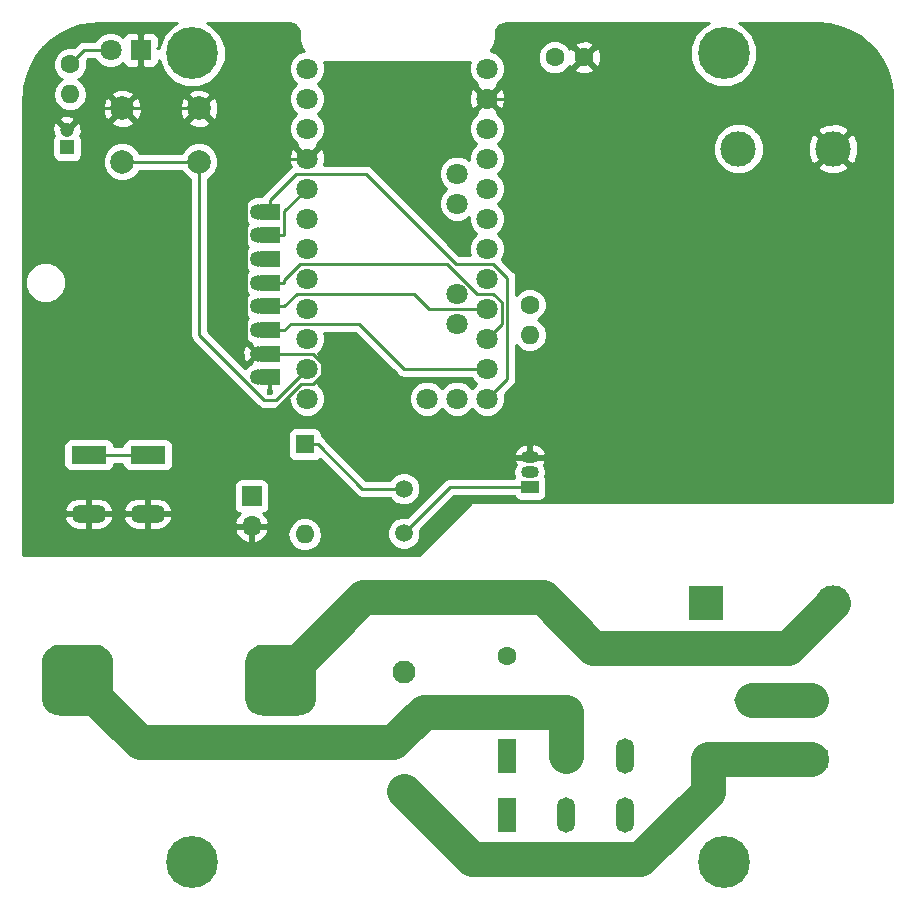
<source format=gbr>
G04 #@! TF.GenerationSoftware,KiCad,Pcbnew,(5.0.2)-1*
G04 #@! TF.CreationDate,2019-10-27T17:27:48+01:00*
G04 #@! TF.ProjectId,HM-LC-Sw1-FM,484d2d4c-432d-4537-9731-2d464d2e6b69,rev?*
G04 #@! TF.SameCoordinates,Original*
G04 #@! TF.FileFunction,Copper,L1,Top*
G04 #@! TF.FilePolarity,Positive*
%FSLAX46Y46*%
G04 Gerber Fmt 4.6, Leading zero omitted, Abs format (unit mm)*
G04 Created by KiCad (PCBNEW (5.0.2)-1) date 27.10.2019 17:27:48*
%MOMM*%
%LPD*%
G01*
G04 APERTURE LIST*
G04 #@! TA.AperFunction,ComponentPad*
%ADD10C,4.400000*%
G04 #@! TD*
G04 #@! TA.AperFunction,ComponentPad*
%ADD11C,0.700000*%
G04 #@! TD*
G04 #@! TA.AperFunction,ComponentPad*
%ADD12R,1.500000X3.000000*%
G04 #@! TD*
G04 #@! TA.AperFunction,ComponentPad*
%ADD13O,1.500000X3.000000*%
G04 #@! TD*
G04 #@! TA.AperFunction,ComponentPad*
%ADD14C,1.600000*%
G04 #@! TD*
G04 #@! TA.AperFunction,ComponentPad*
%ADD15O,1.600000X1.600000*%
G04 #@! TD*
G04 #@! TA.AperFunction,ComponentPad*
%ADD16C,2.000000*%
G04 #@! TD*
G04 #@! TA.AperFunction,ComponentPad*
%ADD17R,1.800000X1.800000*%
G04 #@! TD*
G04 #@! TA.AperFunction,ComponentPad*
%ADD18C,1.800000*%
G04 #@! TD*
G04 #@! TA.AperFunction,ComponentPad*
%ADD19R,1.200000X1.200000*%
G04 #@! TD*
G04 #@! TA.AperFunction,ComponentPad*
%ADD20C,1.200000*%
G04 #@! TD*
G04 #@! TA.AperFunction,ComponentPad*
%ADD21C,1.350000*%
G04 #@! TD*
G04 #@! TA.AperFunction,ConnectorPad*
%ADD22R,1.800000X1.350000*%
G04 #@! TD*
G04 #@! TA.AperFunction,ComponentPad*
%ADD23C,3.000000*%
G04 #@! TD*
G04 #@! TA.AperFunction,ComponentPad*
%ADD24R,3.000000X3.000000*%
G04 #@! TD*
G04 #@! TA.AperFunction,ComponentPad*
%ADD25R,3.000000X1.500000*%
G04 #@! TD*
G04 #@! TA.AperFunction,ComponentPad*
%ADD26O,3.000000X1.500000*%
G04 #@! TD*
G04 #@! TA.AperFunction,Conductor*
%ADD27C,0.100000*%
G04 #@! TD*
G04 #@! TA.AperFunction,SMDPad,CuDef*
%ADD28C,6.000000*%
G04 #@! TD*
G04 #@! TA.AperFunction,ComponentPad*
%ADD29R,1.600000X1.600000*%
G04 #@! TD*
G04 #@! TA.AperFunction,ComponentPad*
%ADD30C,1.950000*%
G04 #@! TD*
G04 #@! TA.AperFunction,ComponentPad*
%ADD31C,1.500000*%
G04 #@! TD*
G04 #@! TA.AperFunction,ComponentPad*
%ADD32O,1.500000X1.050000*%
G04 #@! TD*
G04 #@! TA.AperFunction,ComponentPad*
%ADD33R,1.500000X1.050000*%
G04 #@! TD*
G04 #@! TA.AperFunction,ComponentPad*
%ADD34R,1.700000X1.700000*%
G04 #@! TD*
G04 #@! TA.AperFunction,ComponentPad*
%ADD35O,1.700000X1.700000*%
G04 #@! TD*
G04 #@! TA.AperFunction,ViaPad*
%ADD36C,0.600000*%
G04 #@! TD*
G04 #@! TA.AperFunction,Conductor*
%ADD37C,0.350000*%
G04 #@! TD*
G04 #@! TA.AperFunction,Conductor*
%ADD38C,0.250000*%
G04 #@! TD*
G04 #@! TA.AperFunction,Conductor*
%ADD39C,3.000000*%
G04 #@! TD*
G04 #@! TA.AperFunction,Conductor*
%ADD40C,0.254000*%
G04 #@! TD*
G04 APERTURE END LIST*
D10*
G04 #@! TO.P,P3,1*
G04 #@! TO.N,N/C*
X116000000Y-81250000D03*
D11*
X117650000Y-81250000D03*
X117166726Y-82416726D03*
X116000000Y-82900000D03*
X114833274Y-82416726D03*
X114350000Y-81250000D03*
X114833274Y-80083274D03*
X116000000Y-79600000D03*
X117166726Y-80083274D03*
G04 #@! TD*
D10*
G04 #@! TO.P,P2,1*
G04 #@! TO.N,N/C*
X161000000Y-81250000D03*
D11*
X162650000Y-81250000D03*
X162166726Y-82416726D03*
X161000000Y-82900000D03*
X159833274Y-82416726D03*
X159350000Y-81250000D03*
X159833274Y-80083274D03*
X161000000Y-79600000D03*
X162166726Y-80083274D03*
G04 #@! TD*
D10*
G04 #@! TO.P,P5,1*
G04 #@! TO.N,N/C*
X161000000Y-149750000D03*
D11*
X162650000Y-149750000D03*
X162166726Y-150916726D03*
X161000000Y-151400000D03*
X159833274Y-150916726D03*
X159350000Y-149750000D03*
X159833274Y-148583274D03*
X161000000Y-148100000D03*
X162166726Y-148583274D03*
G04 #@! TD*
D10*
G04 #@! TO.P,P4,1*
G04 #@! TO.N,N/C*
X116000000Y-149750000D03*
D11*
X117650000Y-149750000D03*
X117166726Y-150916726D03*
X116000000Y-151400000D03*
X114833274Y-150916726D03*
X114350000Y-149750000D03*
X114833274Y-148583274D03*
X116000000Y-148100000D03*
X117166726Y-148583274D03*
G04 #@! TD*
D12*
G04 #@! TO.P,J1,1*
G04 #@! TO.N,Net-(J1-Pad1)*
X142684000Y-145732000D03*
X142684000Y-140732000D03*
D13*
G04 #@! TO.P,J1,2*
G04 #@! TO.N,Net-(F2-Pad1)*
X147684000Y-145732000D03*
X147684000Y-140732000D03*
G04 #@! TO.P,J1,3*
G04 #@! TO.N,GNDPWR*
X152684000Y-145732000D03*
X152684000Y-140732000D03*
G04 #@! TD*
D14*
G04 #@! TO.P,R1,1*
G04 #@! TO.N,Net-(D1-Pad2)*
X105664000Y-82169000D03*
D15*
G04 #@! TO.P,R1,2*
G04 #@! TO.N,Net-(R1-Pad2)*
X105664000Y-84709000D03*
G04 #@! TD*
D16*
G04 #@! TO.P,SW1,2*
G04 #@! TO.N,GND*
X116586000Y-85924000D03*
G04 #@! TO.P,SW1,1*
G04 #@! TO.N,Net-(SW1-Pad1)*
X116586000Y-90424000D03*
G04 #@! TO.P,SW1,2*
G04 #@! TO.N,GND*
X110086000Y-85924000D03*
G04 #@! TO.P,SW1,1*
G04 #@! TO.N,Net-(SW1-Pad1)*
X110086000Y-90424000D03*
G04 #@! TD*
D17*
G04 #@! TO.P,D1,1*
G04 #@! TO.N,GND*
X111633000Y-80962500D03*
D18*
G04 #@! TO.P,D1,2*
G04 #@! TO.N,Net-(D1-Pad2)*
X109093000Y-80962500D03*
G04 #@! TD*
G04 #@! TO.P,U1,28*
G04 #@! TO.N,Net-(U1-Pad28)*
X138430000Y-101600000D03*
G04 #@! TO.P,U1,27*
G04 #@! TO.N,Net-(U1-Pad27)*
X138430000Y-104140000D03*
X135890000Y-110490000D03*
G04 #@! TO.P,U1,28*
G04 #@! TO.N,Net-(U1-Pad28)*
X138430000Y-110490000D03*
G04 #@! TO.P,U1,1*
G04 #@! TO.N,/SS*
X140970000Y-110490000D03*
G04 #@! TO.P,U1,2*
G04 #@! TO.N,/MOSI*
X140970000Y-107950000D03*
G04 #@! TO.P,U1,3*
G04 #@! TO.N,/MISO*
X140970000Y-105410000D03*
G04 #@! TO.P,U1,4*
G04 #@! TO.N,/SCK*
X140970000Y-102870000D03*
G04 #@! TO.P,U1,5*
G04 #@! TO.N,Net-(U1-Pad5)*
X140970000Y-100330000D03*
G04 #@! TO.P,U1,6*
G04 #@! TO.N,Net-(U1-Pad6)*
X140970000Y-97790000D03*
G04 #@! TO.P,U1,7*
G04 #@! TO.N,/D16*
X140970000Y-95250000D03*
G04 #@! TO.P,U1,8*
G04 #@! TO.N,Net-(U1-Pad8)*
X140970000Y-92710000D03*
G04 #@! TO.P,U1,9*
G04 #@! TO.N,+3V3*
X140970000Y-90170000D03*
G04 #@! TO.P,U1,10*
G04 #@! TO.N,Net-(U1-Pad10)*
X140970000Y-87630000D03*
G04 #@! TO.P,U1,11*
G04 #@! TO.N,GND*
X140970000Y-85090000D03*
G04 #@! TO.P,U1,12*
G04 #@! TO.N,+5V*
X140970000Y-82550000D03*
G04 #@! TO.P,U1,13*
G04 #@! TO.N,N/C*
X125730000Y-82550000D03*
G04 #@! TO.P,U1,14*
X125730000Y-85090000D03*
G04 #@! TO.P,U1,15*
X125730000Y-87630000D03*
G04 #@! TO.P,U1,16*
G04 #@! TO.N,GND*
X125730000Y-90170000D03*
G04 #@! TO.P,U1,17*
G04 #@! TO.N,/D2*
X125730000Y-92710000D03*
G04 #@! TO.P,U1,18*
G04 #@! TO.N,/D3*
X125730000Y-95250000D03*
G04 #@! TO.P,U1,19*
G04 #@! TO.N,Net-(R1-Pad2)*
X125730000Y-97790000D03*
G04 #@! TO.P,U1,20*
G04 #@! TO.N,Net-(U1-Pad20)*
X125730000Y-100330000D03*
G04 #@! TO.P,U1,21*
G04 #@! TO.N,Net-(U1-Pad21)*
X125730000Y-102870000D03*
G04 #@! TO.P,U1,22*
G04 #@! TO.N,Net-(U1-Pad22)*
X125730000Y-105410000D03*
G04 #@! TO.P,U1,23*
G04 #@! TO.N,Net-(SW1-Pad1)*
X125730000Y-107950000D03*
G04 #@! TO.P,U1,24*
G04 #@! TO.N,Net-(U1-Pad24)*
X125730000Y-110490000D03*
G04 #@! TO.P,U1,25*
G04 #@! TO.N,Net-(U1-Pad25)*
X138430000Y-93980000D03*
G04 #@! TO.P,U1,26*
G04 #@! TO.N,Net-(U1-Pad26)*
X138430000Y-91440000D03*
G04 #@! TD*
D19*
G04 #@! TO.P,C1,1*
G04 #@! TO.N,+3V3*
X105410000Y-89217500D03*
D20*
G04 #@! TO.P,C1,2*
G04 #@! TO.N,GND*
X105410000Y-87717500D03*
G04 #@! TD*
D21*
G04 #@! TO.P,U2,8*
G04 #@! TO.N,/SS*
X121579000Y-94672000D03*
D22*
X122579000Y-94672000D03*
D21*
G04 #@! TO.P,U2,1*
G04 #@! TO.N,+3V3*
X121579000Y-108672000D03*
G04 #@! TO.P,U2,2*
G04 #@! TO.N,GND*
X121579000Y-106672000D03*
G04 #@! TO.P,U2,3*
G04 #@! TO.N,/MOSI*
X121579000Y-104672000D03*
G04 #@! TO.P,U2,4*
G04 #@! TO.N,/SCK*
X121579000Y-102672000D03*
G04 #@! TO.P,U2,5*
G04 #@! TO.N,/MISO*
X121579000Y-100672000D03*
G04 #@! TO.P,U2,6*
G04 #@! TO.N,Net-(U2-Pad6)*
X121579000Y-98672000D03*
G04 #@! TO.P,U2,7*
G04 #@! TO.N,/D2*
X121579000Y-96672000D03*
D22*
G04 #@! TO.P,U2,1*
G04 #@! TO.N,+3V3*
X122579000Y-108672000D03*
G04 #@! TO.P,U2,2*
G04 #@! TO.N,GND*
X122579000Y-106672000D03*
G04 #@! TO.P,U2,3*
G04 #@! TO.N,/MOSI*
X122579000Y-104672000D03*
G04 #@! TO.P,U2,4*
G04 #@! TO.N,/SCK*
X122579000Y-102672000D03*
G04 #@! TO.P,U2,5*
G04 #@! TO.N,/MISO*
X122579000Y-100672000D03*
G04 #@! TO.P,U2,6*
G04 #@! TO.N,Net-(U2-Pad6)*
X122579000Y-98672000D03*
G04 #@! TO.P,U2,7*
G04 #@! TO.N,/D2*
X122579000Y-96672000D03*
G04 #@! TD*
D23*
G04 #@! TO.P,PS1,3*
G04 #@! TO.N,GND*
X170262000Y-89326000D03*
G04 #@! TO.P,PS1,2*
G04 #@! TO.N,Net-(F2-Pad2)*
X170262000Y-127826000D03*
G04 #@! TO.P,PS1,4*
G04 #@! TO.N,+5V*
X162262000Y-89326000D03*
D24*
G04 #@! TO.P,PS1,1*
G04 #@! TO.N,Net-(J1-Pad1)*
X159512000Y-127826000D03*
G04 #@! TD*
D25*
G04 #@! TO.P,J2,1*
G04 #@! TO.N,Net-(J2-Pad1)*
X168402000Y-141034000D03*
X163402000Y-141034000D03*
D26*
G04 #@! TO.P,J2,2*
G04 #@! TO.N,Net-(J1-Pad1)*
X168402000Y-136034000D03*
X163402000Y-136034000D03*
G04 #@! TD*
G04 #@! TO.P,J3,2*
G04 #@! TO.N,GND*
X112252000Y-120252000D03*
X107252000Y-120252000D03*
D25*
G04 #@! TO.P,J3,1*
G04 #@! TO.N,/D3*
X112252000Y-115252000D03*
X107252000Y-115252000D03*
G04 #@! TD*
D14*
G04 #@! TO.P,C2,1*
G04 #@! TO.N,+5V*
X146685000Y-81597500D03*
G04 #@! TO.P,C2,2*
G04 #@! TO.N,GND*
X149185000Y-81597500D03*
G04 #@! TD*
D27*
G04 #@! TO.N,Net-(F2-Pad1)*
G04 #@! TO.C,F2*
G36*
X107942026Y-131326223D02*
X108087635Y-131347822D01*
X108230427Y-131383589D01*
X108369025Y-131433181D01*
X108502095Y-131496118D01*
X108628355Y-131571796D01*
X108746590Y-131659484D01*
X108855660Y-131758340D01*
X108954516Y-131867410D01*
X109042204Y-131985645D01*
X109117882Y-132111905D01*
X109180819Y-132244975D01*
X109230411Y-132383573D01*
X109266178Y-132526365D01*
X109287777Y-132671974D01*
X109295000Y-132819000D01*
X109295000Y-135819000D01*
X109287777Y-135966026D01*
X109266178Y-136111635D01*
X109230411Y-136254427D01*
X109180819Y-136393025D01*
X109117882Y-136526095D01*
X109042204Y-136652355D01*
X108954516Y-136770590D01*
X108855660Y-136879660D01*
X108746590Y-136978516D01*
X108628355Y-137066204D01*
X108502095Y-137141882D01*
X108369025Y-137204819D01*
X108230427Y-137254411D01*
X108087635Y-137290178D01*
X107942026Y-137311777D01*
X107795000Y-137319000D01*
X104795000Y-137319000D01*
X104647974Y-137311777D01*
X104502365Y-137290178D01*
X104359573Y-137254411D01*
X104220975Y-137204819D01*
X104087905Y-137141882D01*
X103961645Y-137066204D01*
X103843410Y-136978516D01*
X103734340Y-136879660D01*
X103635484Y-136770590D01*
X103547796Y-136652355D01*
X103472118Y-136526095D01*
X103409181Y-136393025D01*
X103359589Y-136254427D01*
X103323822Y-136111635D01*
X103302223Y-135966026D01*
X103295000Y-135819000D01*
X103295000Y-132819000D01*
X103302223Y-132671974D01*
X103323822Y-132526365D01*
X103359589Y-132383573D01*
X103409181Y-132244975D01*
X103472118Y-132111905D01*
X103547796Y-131985645D01*
X103635484Y-131867410D01*
X103734340Y-131758340D01*
X103843410Y-131659484D01*
X103961645Y-131571796D01*
X104087905Y-131496118D01*
X104220975Y-131433181D01*
X104359573Y-131383589D01*
X104502365Y-131347822D01*
X104647974Y-131326223D01*
X104795000Y-131319000D01*
X107795000Y-131319000D01*
X107942026Y-131326223D01*
X107942026Y-131326223D01*
G37*
D28*
G04 #@! TD*
G04 #@! TO.P,F2,1*
G04 #@! TO.N,Net-(F2-Pad1)*
X106295000Y-134319000D03*
D27*
G04 #@! TO.N,Net-(F2-Pad2)*
G04 #@! TO.C,F2*
G36*
X125142026Y-131326223D02*
X125287635Y-131347822D01*
X125430427Y-131383589D01*
X125569025Y-131433181D01*
X125702095Y-131496118D01*
X125828355Y-131571796D01*
X125946590Y-131659484D01*
X126055660Y-131758340D01*
X126154516Y-131867410D01*
X126242204Y-131985645D01*
X126317882Y-132111905D01*
X126380819Y-132244975D01*
X126430411Y-132383573D01*
X126466178Y-132526365D01*
X126487777Y-132671974D01*
X126495000Y-132819000D01*
X126495000Y-135819000D01*
X126487777Y-135966026D01*
X126466178Y-136111635D01*
X126430411Y-136254427D01*
X126380819Y-136393025D01*
X126317882Y-136526095D01*
X126242204Y-136652355D01*
X126154516Y-136770590D01*
X126055660Y-136879660D01*
X125946590Y-136978516D01*
X125828355Y-137066204D01*
X125702095Y-137141882D01*
X125569025Y-137204819D01*
X125430427Y-137254411D01*
X125287635Y-137290178D01*
X125142026Y-137311777D01*
X124995000Y-137319000D01*
X121995000Y-137319000D01*
X121847974Y-137311777D01*
X121702365Y-137290178D01*
X121559573Y-137254411D01*
X121420975Y-137204819D01*
X121287905Y-137141882D01*
X121161645Y-137066204D01*
X121043410Y-136978516D01*
X120934340Y-136879660D01*
X120835484Y-136770590D01*
X120747796Y-136652355D01*
X120672118Y-136526095D01*
X120609181Y-136393025D01*
X120559589Y-136254427D01*
X120523822Y-136111635D01*
X120502223Y-135966026D01*
X120495000Y-135819000D01*
X120495000Y-132819000D01*
X120502223Y-132671974D01*
X120523822Y-132526365D01*
X120559589Y-132383573D01*
X120609181Y-132244975D01*
X120672118Y-132111905D01*
X120747796Y-131985645D01*
X120835484Y-131867410D01*
X120934340Y-131758340D01*
X121043410Y-131659484D01*
X121161645Y-131571796D01*
X121287905Y-131496118D01*
X121420975Y-131433181D01*
X121559573Y-131383589D01*
X121702365Y-131347822D01*
X121847974Y-131326223D01*
X121995000Y-131319000D01*
X124995000Y-131319000D01*
X125142026Y-131326223D01*
X125142026Y-131326223D01*
G37*
D28*
G04 #@! TD*
G04 #@! TO.P,F2,2*
G04 #@! TO.N,Net-(F2-Pad2)*
X123495000Y-134319000D03*
D29*
G04 #@! TO.P,D2,1*
G04 #@! TO.N,+5V*
X125540000Y-114364000D03*
D15*
G04 #@! TO.P,D2,2*
G04 #@! TO.N,Net-(D2-Pad2)*
X125540000Y-121984000D03*
G04 #@! TD*
D30*
G04 #@! TO.P,K1,5*
G04 #@! TO.N,Net-(J2-Pad1)*
X133922000Y-143710000D03*
G04 #@! TO.P,K1,4*
G04 #@! TO.N,Net-(F2-Pad1)*
X133922000Y-138670000D03*
G04 #@! TO.P,K1,3*
G04 #@! TO.N,Net-(K1-Pad3)*
X133922000Y-133630000D03*
D31*
G04 #@! TO.P,K1,2*
G04 #@! TO.N,Net-(D2-Pad2)*
X133922000Y-121890000D03*
G04 #@! TO.P,K1,1*
G04 #@! TO.N,+5V*
X133922000Y-118110000D03*
G04 #@! TD*
D32*
G04 #@! TO.P,Q1,2*
G04 #@! TO.N,Net-(Q1-Pad2)*
X144590000Y-116713000D03*
G04 #@! TO.P,Q1,3*
G04 #@! TO.N,GND*
X144590000Y-115443000D03*
D33*
G04 #@! TO.P,Q1,1*
G04 #@! TO.N,Net-(D2-Pad2)*
X144590000Y-117983000D03*
G04 #@! TD*
D14*
G04 #@! TO.P,R2,1*
G04 #@! TO.N,/D16*
X144590000Y-102552000D03*
D15*
G04 #@! TO.P,R2,2*
G04 #@! TO.N,Net-(Q1-Pad2)*
X144590000Y-105092000D03*
G04 #@! TD*
D14*
G04 #@! TO.P,RV1,1*
G04 #@! TO.N,Net-(F2-Pad2)*
X145669000Y-127318000D03*
G04 #@! TO.P,RV1,2*
G04 #@! TO.N,Net-(J1-Pad1)*
X142669000Y-132318000D03*
G04 #@! TD*
D34*
G04 #@! TO.P,J4,1*
G04 #@! TO.N,/D3*
X121031000Y-118745000D03*
D35*
G04 #@! TO.P,J4,2*
G04 #@! TO.N,GND*
X121031000Y-121285000D03*
G04 #@! TD*
D36*
G04 #@! TO.N,+3V3*
X122621000Y-109934000D03*
G04 #@! TD*
D37*
G04 #@! TO.N,+3V3*
X121579000Y-108672000D02*
X122579000Y-108672000D01*
X122579000Y-108672000D02*
X122579000Y-109892000D01*
X122579000Y-109892000D02*
X122621000Y-109934000D01*
D38*
G04 #@! TO.N,GND*
X121031000Y-121285000D02*
X119855700Y-121285000D01*
X114486500Y-119973500D02*
X118544200Y-119973500D01*
X118544200Y-119973500D02*
X119855700Y-121285000D01*
X114486500Y-119973500D02*
X114208000Y-120252000D01*
X114208000Y-120252000D02*
X112252000Y-120252000D01*
X126970000Y-108502000D02*
X126252000Y-109220000D01*
X126252000Y-109220000D02*
X125240000Y-109220000D01*
X125240000Y-109220000D02*
X114486500Y-119973500D01*
X120628000Y-90170000D02*
X116586000Y-86127700D01*
X116586000Y-86127700D02*
X116586000Y-85924000D01*
X125730000Y-90170000D02*
X120628000Y-90170000D01*
X107252000Y-120252000D02*
X112252000Y-120252000D01*
X111633000Y-85924000D02*
X111633000Y-80962500D01*
X111633000Y-85924000D02*
X116586000Y-85924000D01*
X111633000Y-85924000D02*
X110086000Y-85924000D01*
X110086000Y-85924000D02*
X107204000Y-85924000D01*
X107204000Y-85924000D02*
X105410000Y-87717500D01*
X122579000Y-106672000D02*
X121579000Y-106672000D01*
X140970000Y-85090000D02*
X145692000Y-85090000D01*
X145692000Y-85090000D02*
X149185000Y-81597500D01*
X149185000Y-81597500D02*
X153647000Y-86059900D01*
X153647000Y-86059900D02*
X166996000Y-86059900D01*
X166996000Y-86059900D02*
X170262000Y-89326000D01*
X120628000Y-90170000D02*
X120568000Y-90230200D01*
X120568000Y-90230200D02*
X120568000Y-105661000D01*
X120568000Y-105661000D02*
X121579000Y-106672000D01*
X144590000Y-115443000D02*
X133910000Y-115443000D01*
X133910000Y-115443000D02*
X126970000Y-108502000D01*
X122579000Y-106672000D02*
X126212000Y-106672000D01*
X126212000Y-106672000D02*
X126970000Y-107430000D01*
X126970000Y-107430000D02*
X126970000Y-108502000D01*
G04 #@! TO.N,Net-(U2-Pad6)*
X122579000Y-98672000D02*
X121579000Y-98672000D01*
G04 #@! TO.N,Net-(SW1-Pad1)*
X110086000Y-90424000D02*
X116586000Y-90424000D01*
X116586000Y-90424000D02*
X116586000Y-105098000D01*
X116586000Y-105098000D02*
X122088000Y-110600000D01*
X122088000Y-110600000D02*
X123080000Y-110600000D01*
X123080000Y-110600000D02*
X125730000Y-107950000D01*
G04 #@! TO.N,/SS*
X122579000Y-94672000D02*
X121579000Y-94672000D01*
X122579000Y-94672000D02*
X122579000Y-93671700D01*
X122579000Y-93671700D02*
X124811000Y-91440000D01*
X124811000Y-91440000D02*
X130693000Y-91440000D01*
X130693000Y-91440000D02*
X138313000Y-99060000D01*
X138313000Y-99060000D02*
X141467000Y-99060000D01*
X141467000Y-99060000D02*
X142671000Y-100264000D01*
X142671000Y-100264000D02*
X142671000Y-108789000D01*
X142671000Y-108789000D02*
X140970000Y-110490000D01*
G04 #@! TO.N,/D2*
X121579000Y-96672000D02*
X122579000Y-96672000D01*
X122579000Y-96672000D02*
X123804000Y-96672000D01*
X123804000Y-96672000D02*
X123804000Y-94635700D01*
X123804000Y-94635700D02*
X125730000Y-92710000D01*
G04 #@! TO.N,/MOSI*
X121579000Y-104672000D02*
X122579000Y-104672000D01*
X122579000Y-104672000D02*
X123804000Y-104672000D01*
X123804000Y-104672000D02*
X124336000Y-104140000D01*
X124336000Y-104140000D02*
X130129000Y-104140000D01*
X130129000Y-104140000D02*
X133939000Y-107950000D01*
X133939000Y-107950000D02*
X140970000Y-107950000D01*
G04 #@! TO.N,/SCK*
X121579000Y-102672000D02*
X122579000Y-102672000D01*
X122579000Y-102672000D02*
X123804000Y-102672000D01*
X123804000Y-102672000D02*
X124876000Y-101600000D01*
X124876000Y-101600000D02*
X134801000Y-101600000D01*
X134801000Y-101600000D02*
X136071000Y-102870000D01*
X136071000Y-102870000D02*
X140970000Y-102870000D01*
G04 #@! TO.N,/MISO*
X121579000Y-100672000D02*
X122579000Y-100672000D01*
X122579000Y-100672000D02*
X123804000Y-100672000D01*
X123804000Y-100672000D02*
X123804000Y-100422000D01*
X123804000Y-100422000D02*
X125166000Y-99060000D01*
X125166000Y-99060000D02*
X137623000Y-99060000D01*
X137623000Y-99060000D02*
X140163000Y-101600000D01*
X140163000Y-101600000D02*
X141479000Y-101600000D01*
X141479000Y-101600000D02*
X142221000Y-102342000D01*
X142221000Y-102342000D02*
X142221000Y-104159000D01*
X142221000Y-104159000D02*
X140970000Y-105410000D01*
G04 #@! TO.N,+5V*
X133922000Y-118110000D02*
X130411000Y-118110000D01*
X130411000Y-118110000D02*
X126665000Y-114364000D01*
X126665000Y-114364000D02*
X125540000Y-114364000D01*
G04 #@! TO.N,/D3*
X107252000Y-115252000D02*
X112252000Y-115252000D01*
G04 #@! TO.N,Net-(D1-Pad2)*
X109093000Y-80962500D02*
X106870000Y-80962500D01*
X106870000Y-80962500D02*
X105664000Y-82169000D01*
D39*
G04 #@! TO.N,Net-(J2-Pad1)*
X163402000Y-141034000D02*
X168402000Y-141034000D01*
X133922000Y-143710000D02*
X139697000Y-149485000D01*
X139697000Y-149485000D02*
X153926000Y-149485000D01*
X153926000Y-149485000D02*
X159652000Y-143759000D01*
X159652000Y-143759000D02*
X159652000Y-141034000D01*
X159652000Y-141034000D02*
X163402000Y-141034000D01*
G04 #@! TO.N,Net-(F2-Pad1)*
X106295000Y-134319000D02*
X111559000Y-139583000D01*
X111559000Y-139583000D02*
X133009000Y-139583000D01*
X133009000Y-139583000D02*
X133922000Y-138670000D01*
X133922000Y-138670000D02*
X135610000Y-136982000D01*
X135610000Y-136982000D02*
X147684000Y-136982000D01*
X147684000Y-136982000D02*
X147684000Y-140732000D01*
G04 #@! TO.N,Net-(F2-Pad2)*
X170262000Y-127826000D02*
X166470000Y-131618000D01*
X166470000Y-131618000D02*
X149969000Y-131618000D01*
X149969000Y-131618000D02*
X145669000Y-127318000D01*
X123495000Y-134319000D02*
X130496000Y-127318000D01*
X130496000Y-127318000D02*
X145669000Y-127318000D01*
G04 #@! TO.N,Net-(J1-Pad1)*
X163402000Y-136034000D02*
X168402000Y-136034000D01*
D38*
G04 #@! TO.N,/D16*
X140970000Y-95250000D02*
X140970000Y-94773700D01*
G04 #@! TO.N,Net-(D2-Pad2)*
X144590000Y-117983000D02*
X137829000Y-117983000D01*
X137829000Y-117983000D02*
X133922000Y-121890000D01*
G04 #@! TD*
D40*
G04 #@! TO.N,GND*
G36*
X114394101Y-78846603D02*
X113596603Y-79644101D01*
X113165000Y-80686083D01*
X113165000Y-80835498D01*
X113009252Y-80835498D01*
X113168000Y-80676750D01*
X113168000Y-79936190D01*
X113071327Y-79702801D01*
X112892698Y-79524173D01*
X112659309Y-79427500D01*
X111918750Y-79427500D01*
X111760000Y-79586250D01*
X111760000Y-80835500D01*
X111780000Y-80835500D01*
X111780000Y-81089500D01*
X111760000Y-81089500D01*
X111760000Y-82338750D01*
X111918750Y-82497500D01*
X112659309Y-82497500D01*
X112892698Y-82400827D01*
X113071327Y-82222199D01*
X113168000Y-81988810D01*
X113168000Y-81821160D01*
X113596603Y-82855899D01*
X114394101Y-83653397D01*
X115436083Y-84085000D01*
X116563917Y-84085000D01*
X117605899Y-83653397D01*
X118403397Y-82855899D01*
X118835000Y-81813917D01*
X118835000Y-80686083D01*
X118403397Y-79644101D01*
X117605899Y-78846603D01*
X117276110Y-78710000D01*
X124191314Y-78710000D01*
X124502733Y-78761834D01*
X124728209Y-78883495D01*
X124902124Y-79071635D01*
X125011495Y-79319026D01*
X125040000Y-79544666D01*
X125040000Y-79819926D01*
X125048743Y-79863879D01*
X125092724Y-80212021D01*
X125104767Y-80252290D01*
X125108065Y-80294199D01*
X125147754Y-80410120D01*
X125346918Y-80860618D01*
X125377613Y-80907347D01*
X125399821Y-80958667D01*
X125443518Y-81015000D01*
X125424670Y-81015000D01*
X124860493Y-81248690D01*
X124428690Y-81680493D01*
X124195000Y-82244670D01*
X124195000Y-82855330D01*
X124428690Y-83419507D01*
X124829183Y-83820000D01*
X124428690Y-84220493D01*
X124195000Y-84784670D01*
X124195000Y-85395330D01*
X124428690Y-85959507D01*
X124829183Y-86360000D01*
X124428690Y-86760493D01*
X124195000Y-87324670D01*
X124195000Y-87935330D01*
X124428690Y-88499507D01*
X124860493Y-88931310D01*
X124880115Y-88939438D01*
X124829446Y-89089841D01*
X125730000Y-89990395D01*
X126630554Y-89089841D01*
X126579885Y-88939438D01*
X126599507Y-88931310D01*
X127031310Y-88499507D01*
X127265000Y-87935330D01*
X127265000Y-87324670D01*
X127031310Y-86760493D01*
X126630817Y-86360000D01*
X127031310Y-85959507D01*
X127265000Y-85395330D01*
X127265000Y-84849336D01*
X139423542Y-84849336D01*
X139449161Y-85459460D01*
X139633357Y-85904148D01*
X139889841Y-85990554D01*
X140790395Y-85090000D01*
X141149605Y-85090000D01*
X142050159Y-85990554D01*
X142306643Y-85904148D01*
X142516458Y-85330664D01*
X142490839Y-84720540D01*
X142306643Y-84275852D01*
X142050159Y-84189446D01*
X141149605Y-85090000D01*
X140790395Y-85090000D01*
X139889841Y-84189446D01*
X139633357Y-84275852D01*
X139423542Y-84849336D01*
X127265000Y-84849336D01*
X127265000Y-84784670D01*
X127031310Y-84220493D01*
X126630817Y-83820000D01*
X127031310Y-83419507D01*
X127265000Y-82855330D01*
X127265000Y-82244670D01*
X127144124Y-81952849D01*
X127180074Y-81960000D01*
X139552914Y-81960000D01*
X139435000Y-82244670D01*
X139435000Y-82855330D01*
X139668690Y-83419507D01*
X140100493Y-83851310D01*
X140120115Y-83859438D01*
X140069446Y-84009841D01*
X140970000Y-84910395D01*
X141870554Y-84009841D01*
X141819885Y-83859438D01*
X141839507Y-83851310D01*
X142271310Y-83419507D01*
X142505000Y-82855330D01*
X142505000Y-82244670D01*
X142271310Y-81680493D01*
X141902878Y-81312061D01*
X145250000Y-81312061D01*
X145250000Y-81882939D01*
X145468466Y-82410362D01*
X145872138Y-82814034D01*
X146399561Y-83032500D01*
X146970439Y-83032500D01*
X147497862Y-82814034D01*
X147706651Y-82605245D01*
X148356861Y-82605245D01*
X148430995Y-82851364D01*
X148968223Y-83044465D01*
X149538454Y-83017278D01*
X149939005Y-82851364D01*
X150013139Y-82605245D01*
X149185000Y-81777105D01*
X148356861Y-82605245D01*
X147706651Y-82605245D01*
X147901534Y-82410362D01*
X147928525Y-82345201D01*
X147931136Y-82351505D01*
X148177255Y-82425639D01*
X149005395Y-81597500D01*
X149364605Y-81597500D01*
X150192745Y-82425639D01*
X150438864Y-82351505D01*
X150631965Y-81814277D01*
X150604778Y-81244046D01*
X150438864Y-80843495D01*
X150192745Y-80769361D01*
X149364605Y-81597500D01*
X149005395Y-81597500D01*
X148177255Y-80769361D01*
X147931136Y-80843495D01*
X147928710Y-80850246D01*
X147901534Y-80784638D01*
X147706651Y-80589755D01*
X148356861Y-80589755D01*
X149185000Y-81417895D01*
X150013139Y-80589755D01*
X149939005Y-80343636D01*
X149401777Y-80150535D01*
X148831546Y-80177722D01*
X148430995Y-80343636D01*
X148356861Y-80589755D01*
X147706651Y-80589755D01*
X147497862Y-80380966D01*
X146970439Y-80162500D01*
X146399561Y-80162500D01*
X145872138Y-80380966D01*
X145468466Y-80784638D01*
X145250000Y-81312061D01*
X141902878Y-81312061D01*
X141839507Y-81248690D01*
X141298261Y-81024498D01*
X141310069Y-81006521D01*
X141310078Y-81006510D01*
X141310080Y-81006505D01*
X141543974Y-80573023D01*
X141562085Y-80520123D01*
X141589022Y-80471126D01*
X141619493Y-80352449D01*
X141698539Y-79877545D01*
X141710000Y-79819925D01*
X141710000Y-79558686D01*
X141761834Y-79247267D01*
X141883495Y-79021791D01*
X142071635Y-78847876D01*
X142319026Y-78738505D01*
X142544666Y-78710000D01*
X159723890Y-78710000D01*
X159394101Y-78846603D01*
X158596603Y-79644101D01*
X158165000Y-80686083D01*
X158165000Y-81813917D01*
X158596603Y-82855899D01*
X159394101Y-83653397D01*
X160436083Y-84085000D01*
X161563917Y-84085000D01*
X162605899Y-83653397D01*
X163403397Y-82855899D01*
X163835000Y-81813917D01*
X163835000Y-80686083D01*
X163403397Y-79644101D01*
X162605899Y-78846603D01*
X162276110Y-78710000D01*
X168973650Y-78710000D01*
X169929435Y-78781027D01*
X170838443Y-78986715D01*
X171707075Y-79324507D01*
X172516227Y-79786976D01*
X173248141Y-80363971D01*
X173886727Y-81042806D01*
X174417960Y-81808576D01*
X174830172Y-82644459D01*
X175114303Y-83532086D01*
X175265865Y-84462710D01*
X175290001Y-85015509D01*
X175290000Y-119253000D01*
X139700000Y-119253000D01*
X139651399Y-119262667D01*
X139610197Y-119290197D01*
X135202394Y-123698000D01*
X101710000Y-123698000D01*
X101710000Y-121641890D01*
X119589524Y-121641890D01*
X119759355Y-122051924D01*
X120149642Y-122480183D01*
X120674108Y-122726486D01*
X120904000Y-122605819D01*
X120904000Y-121412000D01*
X121158000Y-121412000D01*
X121158000Y-122605819D01*
X121387892Y-122726486D01*
X121912358Y-122480183D01*
X122302645Y-122051924D01*
X122330778Y-121984000D01*
X124076887Y-121984000D01*
X124188260Y-122543909D01*
X124505423Y-123018577D01*
X124980091Y-123335740D01*
X125398667Y-123419000D01*
X125681333Y-123419000D01*
X126099909Y-123335740D01*
X126574577Y-123018577D01*
X126891740Y-122543909D01*
X127003113Y-121984000D01*
X126929616Y-121614506D01*
X132537000Y-121614506D01*
X132537000Y-122165494D01*
X132747853Y-122674540D01*
X133137460Y-123064147D01*
X133646506Y-123275000D01*
X134197494Y-123275000D01*
X134706540Y-123064147D01*
X135096147Y-122674540D01*
X135307000Y-122165494D01*
X135307000Y-121614506D01*
X135296835Y-121589966D01*
X138143803Y-118743000D01*
X143239304Y-118743000D01*
X143241843Y-118755765D01*
X143382191Y-118965809D01*
X143592235Y-119106157D01*
X143840000Y-119155440D01*
X145340000Y-119155440D01*
X145587765Y-119106157D01*
X145797809Y-118965809D01*
X145938157Y-118755765D01*
X145987440Y-118508000D01*
X145987440Y-117458000D01*
X145938157Y-117210235D01*
X145907843Y-117164867D01*
X145997725Y-116713000D01*
X145907695Y-116260391D01*
X145779146Y-116068004D01*
X145925266Y-115810336D01*
X145933964Y-115748810D01*
X145808163Y-115570000D01*
X145014710Y-115570000D01*
X144929246Y-115553000D01*
X144250754Y-115553000D01*
X144165290Y-115570000D01*
X143371837Y-115570000D01*
X143246036Y-115748810D01*
X143254734Y-115810336D01*
X143400854Y-116068004D01*
X143272305Y-116260391D01*
X143182275Y-116713000D01*
X143272157Y-117164867D01*
X143241843Y-117210235D01*
X143239304Y-117223000D01*
X137903846Y-117223000D01*
X137828999Y-117208112D01*
X137754152Y-117223000D01*
X137754148Y-117223000D01*
X137532463Y-117267096D01*
X137532461Y-117267097D01*
X137532462Y-117267097D01*
X137344526Y-117392671D01*
X137344524Y-117392673D01*
X137281071Y-117435071D01*
X137238673Y-117498524D01*
X134222034Y-120515165D01*
X134197494Y-120505000D01*
X133646506Y-120505000D01*
X133137460Y-120715853D01*
X132747853Y-121105460D01*
X132537000Y-121614506D01*
X126929616Y-121614506D01*
X126891740Y-121424091D01*
X126574577Y-120949423D01*
X126099909Y-120632260D01*
X125681333Y-120549000D01*
X125398667Y-120549000D01*
X124980091Y-120632260D01*
X124505423Y-120949423D01*
X124188260Y-121424091D01*
X124076887Y-121984000D01*
X122330778Y-121984000D01*
X122472476Y-121641890D01*
X122351155Y-121412000D01*
X121158000Y-121412000D01*
X120904000Y-121412000D01*
X119710845Y-121412000D01*
X119589524Y-121641890D01*
X101710000Y-121641890D01*
X101710000Y-120593185D01*
X105159682Y-120593185D01*
X105173827Y-120664684D01*
X105432855Y-121141540D01*
X105854651Y-121482972D01*
X106375000Y-121637000D01*
X107125000Y-121637000D01*
X107125000Y-120379000D01*
X107379000Y-120379000D01*
X107379000Y-121637000D01*
X108129000Y-121637000D01*
X108649349Y-121482972D01*
X109071145Y-121141540D01*
X109330173Y-120664684D01*
X109344318Y-120593185D01*
X110159682Y-120593185D01*
X110173827Y-120664684D01*
X110432855Y-121141540D01*
X110854651Y-121482972D01*
X111375000Y-121637000D01*
X112125000Y-121637000D01*
X112125000Y-120379000D01*
X112379000Y-120379000D01*
X112379000Y-121637000D01*
X113129000Y-121637000D01*
X113649349Y-121482972D01*
X114071145Y-121141540D01*
X114330173Y-120664684D01*
X114344318Y-120593185D01*
X114221656Y-120379000D01*
X112379000Y-120379000D01*
X112125000Y-120379000D01*
X110282344Y-120379000D01*
X110159682Y-120593185D01*
X109344318Y-120593185D01*
X109221656Y-120379000D01*
X107379000Y-120379000D01*
X107125000Y-120379000D01*
X105282344Y-120379000D01*
X105159682Y-120593185D01*
X101710000Y-120593185D01*
X101710000Y-119910815D01*
X105159682Y-119910815D01*
X105282344Y-120125000D01*
X107125000Y-120125000D01*
X107125000Y-118867000D01*
X107379000Y-118867000D01*
X107379000Y-120125000D01*
X109221656Y-120125000D01*
X109344318Y-119910815D01*
X110159682Y-119910815D01*
X110282344Y-120125000D01*
X112125000Y-120125000D01*
X112125000Y-118867000D01*
X112379000Y-118867000D01*
X112379000Y-120125000D01*
X114221656Y-120125000D01*
X114344318Y-119910815D01*
X114330173Y-119839316D01*
X114071145Y-119362460D01*
X113649349Y-119021028D01*
X113129000Y-118867000D01*
X112379000Y-118867000D01*
X112125000Y-118867000D01*
X111375000Y-118867000D01*
X110854651Y-119021028D01*
X110432855Y-119362460D01*
X110173827Y-119839316D01*
X110159682Y-119910815D01*
X109344318Y-119910815D01*
X109330173Y-119839316D01*
X109071145Y-119362460D01*
X108649349Y-119021028D01*
X108129000Y-118867000D01*
X107379000Y-118867000D01*
X107125000Y-118867000D01*
X106375000Y-118867000D01*
X105854651Y-119021028D01*
X105432855Y-119362460D01*
X105173827Y-119839316D01*
X105159682Y-119910815D01*
X101710000Y-119910815D01*
X101710000Y-117895000D01*
X119533560Y-117895000D01*
X119533560Y-119595000D01*
X119582843Y-119842765D01*
X119723191Y-120052809D01*
X119933235Y-120193157D01*
X120036708Y-120213739D01*
X119759355Y-120518076D01*
X119589524Y-120928110D01*
X119710845Y-121158000D01*
X120904000Y-121158000D01*
X120904000Y-121138000D01*
X121158000Y-121138000D01*
X121158000Y-121158000D01*
X122351155Y-121158000D01*
X122472476Y-120928110D01*
X122302645Y-120518076D01*
X122025292Y-120213739D01*
X122128765Y-120193157D01*
X122338809Y-120052809D01*
X122479157Y-119842765D01*
X122528440Y-119595000D01*
X122528440Y-117895000D01*
X122479157Y-117647235D01*
X122338809Y-117437191D01*
X122128765Y-117296843D01*
X121881000Y-117247560D01*
X120181000Y-117247560D01*
X119933235Y-117296843D01*
X119723191Y-117437191D01*
X119582843Y-117647235D01*
X119533560Y-117895000D01*
X101710000Y-117895000D01*
X101710000Y-114502000D01*
X105104560Y-114502000D01*
X105104560Y-116002000D01*
X105153843Y-116249765D01*
X105294191Y-116459809D01*
X105504235Y-116600157D01*
X105752000Y-116649440D01*
X108752000Y-116649440D01*
X108999765Y-116600157D01*
X109209809Y-116459809D01*
X109350157Y-116249765D01*
X109397451Y-116012000D01*
X110106549Y-116012000D01*
X110153843Y-116249765D01*
X110294191Y-116459809D01*
X110504235Y-116600157D01*
X110752000Y-116649440D01*
X113752000Y-116649440D01*
X113999765Y-116600157D01*
X114209809Y-116459809D01*
X114350157Y-116249765D01*
X114399440Y-116002000D01*
X114399440Y-114502000D01*
X114350157Y-114254235D01*
X114209809Y-114044191D01*
X113999765Y-113903843D01*
X113752000Y-113854560D01*
X110752000Y-113854560D01*
X110504235Y-113903843D01*
X110294191Y-114044191D01*
X110153843Y-114254235D01*
X110106549Y-114492000D01*
X109397451Y-114492000D01*
X109350157Y-114254235D01*
X109209809Y-114044191D01*
X108999765Y-113903843D01*
X108752000Y-113854560D01*
X105752000Y-113854560D01*
X105504235Y-113903843D01*
X105294191Y-114044191D01*
X105153843Y-114254235D01*
X105104560Y-114502000D01*
X101710000Y-114502000D01*
X101710000Y-113564000D01*
X124092560Y-113564000D01*
X124092560Y-115164000D01*
X124141843Y-115411765D01*
X124282191Y-115621809D01*
X124492235Y-115762157D01*
X124740000Y-115811440D01*
X126340000Y-115811440D01*
X126587765Y-115762157D01*
X126797809Y-115621809D01*
X126817916Y-115591717D01*
X129820671Y-118594473D01*
X129863071Y-118657929D01*
X130114463Y-118825904D01*
X130336148Y-118870000D01*
X130336152Y-118870000D01*
X130410999Y-118884888D01*
X130485846Y-118870000D01*
X132737688Y-118870000D01*
X132747853Y-118894540D01*
X133137460Y-119284147D01*
X133646506Y-119495000D01*
X134197494Y-119495000D01*
X134706540Y-119284147D01*
X135096147Y-118894540D01*
X135307000Y-118385494D01*
X135307000Y-117834506D01*
X135096147Y-117325460D01*
X134706540Y-116935853D01*
X134197494Y-116725000D01*
X133646506Y-116725000D01*
X133137460Y-116935853D01*
X132747853Y-117325460D01*
X132737688Y-117350000D01*
X130725802Y-117350000D01*
X128512992Y-115137190D01*
X143246036Y-115137190D01*
X143371837Y-115316000D01*
X144463000Y-115316000D01*
X144463000Y-114436407D01*
X144717000Y-114436407D01*
X144717000Y-115316000D01*
X145808163Y-115316000D01*
X145933964Y-115137190D01*
X145925266Y-115075664D01*
X145700179Y-114678745D01*
X145340331Y-114398177D01*
X144900506Y-114276674D01*
X144717000Y-114436407D01*
X144463000Y-114436407D01*
X144279494Y-114276674D01*
X143839669Y-114398177D01*
X143479821Y-114678745D01*
X143254734Y-115075664D01*
X143246036Y-115137190D01*
X128512992Y-115137190D01*
X127255331Y-113879530D01*
X127212929Y-113816071D01*
X126987440Y-113665404D01*
X126987440Y-113564000D01*
X126938157Y-113316235D01*
X126797809Y-113106191D01*
X126587765Y-112965843D01*
X126340000Y-112916560D01*
X124740000Y-112916560D01*
X124492235Y-112965843D01*
X124282191Y-113106191D01*
X124141843Y-113316235D01*
X124092560Y-113564000D01*
X101710000Y-113564000D01*
X101710000Y-100302887D01*
X101833000Y-100302887D01*
X101833000Y-100993113D01*
X102097138Y-101630799D01*
X102585201Y-102118862D01*
X103222887Y-102383000D01*
X103913113Y-102383000D01*
X104550799Y-102118862D01*
X105038862Y-101630799D01*
X105303000Y-100993113D01*
X105303000Y-100302887D01*
X105038862Y-99665201D01*
X104550799Y-99177138D01*
X103913113Y-98913000D01*
X103222887Y-98913000D01*
X102585201Y-99177138D01*
X102097138Y-99665201D01*
X101833000Y-100302887D01*
X101710000Y-100302887D01*
X101710000Y-87548536D01*
X104162193Y-87548536D01*
X104192518Y-88038913D01*
X104284505Y-88260990D01*
X104211843Y-88369735D01*
X104162560Y-88617500D01*
X104162560Y-89817500D01*
X104211843Y-90065265D01*
X104352191Y-90275309D01*
X104562235Y-90415657D01*
X104810000Y-90464940D01*
X106010000Y-90464940D01*
X106257765Y-90415657D01*
X106467809Y-90275309D01*
X106585764Y-90098778D01*
X108451000Y-90098778D01*
X108451000Y-90749222D01*
X108699914Y-91350153D01*
X109159847Y-91810086D01*
X109760778Y-92059000D01*
X110411222Y-92059000D01*
X111012153Y-91810086D01*
X111472086Y-91350153D01*
X111540909Y-91184000D01*
X115131091Y-91184000D01*
X115199914Y-91350153D01*
X115659847Y-91810086D01*
X115826000Y-91878909D01*
X115826001Y-105023148D01*
X115811112Y-105098000D01*
X115870097Y-105394537D01*
X115883139Y-105414055D01*
X116038072Y-105645929D01*
X116101528Y-105688329D01*
X121497671Y-111084473D01*
X121540071Y-111147929D01*
X121791463Y-111315904D01*
X122013148Y-111360000D01*
X122013152Y-111360000D01*
X122087999Y-111374888D01*
X122162846Y-111360000D01*
X123005153Y-111360000D01*
X123080000Y-111374888D01*
X123154847Y-111360000D01*
X123154852Y-111360000D01*
X123376537Y-111315904D01*
X123627929Y-111147929D01*
X123670331Y-111084470D01*
X124195000Y-110559801D01*
X124195000Y-110795330D01*
X124428690Y-111359507D01*
X124860493Y-111791310D01*
X125424670Y-112025000D01*
X126035330Y-112025000D01*
X126599507Y-111791310D01*
X127031310Y-111359507D01*
X127265000Y-110795330D01*
X127265000Y-110184670D01*
X127031310Y-109620493D01*
X126630817Y-109220000D01*
X127031310Y-108819507D01*
X127265000Y-108255330D01*
X127265000Y-107644670D01*
X127031310Y-107080493D01*
X126630817Y-106680000D01*
X127031310Y-106279507D01*
X127265000Y-105715330D01*
X127265000Y-105104670D01*
X127180223Y-104900000D01*
X129814199Y-104900000D01*
X133348671Y-108434473D01*
X133391071Y-108497929D01*
X133454527Y-108540329D01*
X133642462Y-108665904D01*
X133690605Y-108675480D01*
X133864148Y-108710000D01*
X133864152Y-108710000D01*
X133939000Y-108724888D01*
X134013848Y-108710000D01*
X139623331Y-108710000D01*
X139668690Y-108819507D01*
X140069183Y-109220000D01*
X139700000Y-109589183D01*
X139299507Y-109188690D01*
X138735330Y-108955000D01*
X138124670Y-108955000D01*
X137560493Y-109188690D01*
X137160000Y-109589183D01*
X136759507Y-109188690D01*
X136195330Y-108955000D01*
X135584670Y-108955000D01*
X135020493Y-109188690D01*
X134588690Y-109620493D01*
X134355000Y-110184670D01*
X134355000Y-110795330D01*
X134588690Y-111359507D01*
X135020493Y-111791310D01*
X135584670Y-112025000D01*
X136195330Y-112025000D01*
X136759507Y-111791310D01*
X137160000Y-111390817D01*
X137560493Y-111791310D01*
X138124670Y-112025000D01*
X138735330Y-112025000D01*
X139299507Y-111791310D01*
X139700000Y-111390817D01*
X140100493Y-111791310D01*
X140664670Y-112025000D01*
X141275330Y-112025000D01*
X141839507Y-111791310D01*
X142271310Y-111359507D01*
X142505000Y-110795330D01*
X142505000Y-110184670D01*
X142459640Y-110075162D01*
X143155473Y-109379329D01*
X143218929Y-109336929D01*
X143386904Y-109085537D01*
X143431000Y-108863852D01*
X143431000Y-108863848D01*
X143445888Y-108789001D01*
X143431000Y-108714154D01*
X143431000Y-105940365D01*
X143555423Y-106126577D01*
X144030091Y-106443740D01*
X144448667Y-106527000D01*
X144731333Y-106527000D01*
X145149909Y-106443740D01*
X145624577Y-106126577D01*
X145941740Y-105651909D01*
X146053113Y-105092000D01*
X145941740Y-104532091D01*
X145624577Y-104057423D01*
X145272832Y-103822394D01*
X145402862Y-103768534D01*
X145806534Y-103364862D01*
X146025000Y-102837439D01*
X146025000Y-102266561D01*
X145806534Y-101739138D01*
X145402862Y-101335466D01*
X144875439Y-101117000D01*
X144304561Y-101117000D01*
X143777138Y-101335466D01*
X143431000Y-101681604D01*
X143431000Y-100338846D01*
X143445888Y-100263999D01*
X143431000Y-100189152D01*
X143431000Y-100189148D01*
X143386904Y-99967463D01*
X143218929Y-99716071D01*
X143155473Y-99673671D01*
X142206309Y-98724508D01*
X142271310Y-98659507D01*
X142505000Y-98095330D01*
X142505000Y-97484670D01*
X142271310Y-96920493D01*
X141870817Y-96520000D01*
X142271310Y-96119507D01*
X142505000Y-95555330D01*
X142505000Y-94944670D01*
X142271310Y-94380493D01*
X141870817Y-93980000D01*
X142271310Y-93579507D01*
X142505000Y-93015330D01*
X142505000Y-92404670D01*
X142271310Y-91840493D01*
X141870817Y-91440000D01*
X142271310Y-91039507D01*
X142505000Y-90475330D01*
X142505000Y-89864670D01*
X142271310Y-89300493D01*
X141872139Y-88901322D01*
X160127000Y-88901322D01*
X160127000Y-89750678D01*
X160452034Y-90535380D01*
X161052620Y-91135966D01*
X161837322Y-91461000D01*
X162686678Y-91461000D01*
X163471380Y-91135966D01*
X163767376Y-90839970D01*
X168927635Y-90839970D01*
X169087418Y-91158739D01*
X169878187Y-91468723D01*
X170727387Y-91452497D01*
X171436582Y-91158739D01*
X171596365Y-90839970D01*
X170262000Y-89505605D01*
X168927635Y-90839970D01*
X163767376Y-90839970D01*
X164071966Y-90535380D01*
X164397000Y-89750678D01*
X164397000Y-88942187D01*
X168119277Y-88942187D01*
X168135503Y-89791387D01*
X168429261Y-90500582D01*
X168748030Y-90660365D01*
X170082395Y-89326000D01*
X170441605Y-89326000D01*
X171775970Y-90660365D01*
X172094739Y-90500582D01*
X172404723Y-89709813D01*
X172388497Y-88860613D01*
X172094739Y-88151418D01*
X171775970Y-87991635D01*
X170441605Y-89326000D01*
X170082395Y-89326000D01*
X168748030Y-87991635D01*
X168429261Y-88151418D01*
X168119277Y-88942187D01*
X164397000Y-88942187D01*
X164397000Y-88901322D01*
X164071966Y-88116620D01*
X163767376Y-87812030D01*
X168927635Y-87812030D01*
X170262000Y-89146395D01*
X171596365Y-87812030D01*
X171436582Y-87493261D01*
X170645813Y-87183277D01*
X169796613Y-87199503D01*
X169087418Y-87493261D01*
X168927635Y-87812030D01*
X163767376Y-87812030D01*
X163471380Y-87516034D01*
X162686678Y-87191000D01*
X161837322Y-87191000D01*
X161052620Y-87516034D01*
X160452034Y-88116620D01*
X160127000Y-88901322D01*
X141872139Y-88901322D01*
X141870817Y-88900000D01*
X142271310Y-88499507D01*
X142505000Y-87935330D01*
X142505000Y-87324670D01*
X142271310Y-86760493D01*
X141839507Y-86328690D01*
X141819885Y-86320562D01*
X141870554Y-86170159D01*
X140970000Y-85269605D01*
X140069446Y-86170159D01*
X140120115Y-86320562D01*
X140100493Y-86328690D01*
X139668690Y-86760493D01*
X139435000Y-87324670D01*
X139435000Y-87935330D01*
X139668690Y-88499507D01*
X140069183Y-88900000D01*
X139668690Y-89300493D01*
X139435000Y-89864670D01*
X139435000Y-90274183D01*
X139299507Y-90138690D01*
X138735330Y-89905000D01*
X138124670Y-89905000D01*
X137560493Y-90138690D01*
X137128690Y-90570493D01*
X136895000Y-91134670D01*
X136895000Y-91745330D01*
X137128690Y-92309507D01*
X137529183Y-92710000D01*
X137128690Y-93110493D01*
X136895000Y-93674670D01*
X136895000Y-94285330D01*
X137128690Y-94849507D01*
X137560493Y-95281310D01*
X138124670Y-95515000D01*
X138735330Y-95515000D01*
X139299507Y-95281310D01*
X139435000Y-95145817D01*
X139435000Y-95555330D01*
X139668690Y-96119507D01*
X140069183Y-96520000D01*
X139668690Y-96920493D01*
X139435000Y-97484670D01*
X139435000Y-98095330D01*
X139519777Y-98300000D01*
X138627803Y-98300000D01*
X131283331Y-90955530D01*
X131240929Y-90892071D01*
X130989537Y-90724096D01*
X130767852Y-90680000D01*
X130767847Y-90680000D01*
X130693000Y-90665112D01*
X130618153Y-90680000D01*
X127177919Y-90680000D01*
X127276458Y-90410664D01*
X127250839Y-89800540D01*
X127066643Y-89355852D01*
X126810159Y-89269446D01*
X125909605Y-90170000D01*
X125923748Y-90184143D01*
X125744143Y-90363748D01*
X125730000Y-90349605D01*
X125715858Y-90363748D01*
X125536253Y-90184143D01*
X125550395Y-90170000D01*
X124649841Y-89269446D01*
X124393357Y-89355852D01*
X124183542Y-89929336D01*
X124209161Y-90539460D01*
X124335241Y-90843843D01*
X124326567Y-90849638D01*
X124326548Y-90849657D01*
X124263071Y-90892071D01*
X124220685Y-90955505D01*
X122094550Y-93081357D01*
X122031072Y-93123771D01*
X121947270Y-93249190D01*
X121880195Y-93349560D01*
X121679000Y-93349560D01*
X121616459Y-93362000D01*
X121318425Y-93362000D01*
X120836945Y-93561436D01*
X120468436Y-93929945D01*
X120269000Y-94411425D01*
X120269000Y-94932575D01*
X120468436Y-95414055D01*
X120726381Y-95672000D01*
X120468436Y-95929945D01*
X120269000Y-96411425D01*
X120269000Y-96932575D01*
X120468436Y-97414055D01*
X120726381Y-97672000D01*
X120468436Y-97929945D01*
X120269000Y-98411425D01*
X120269000Y-98932575D01*
X120468436Y-99414055D01*
X120726381Y-99672000D01*
X120468436Y-99929945D01*
X120269000Y-100411425D01*
X120269000Y-100932575D01*
X120468436Y-101414055D01*
X120726381Y-101672000D01*
X120468436Y-101929945D01*
X120269000Y-102411425D01*
X120269000Y-102932575D01*
X120468436Y-103414055D01*
X120726381Y-103672000D01*
X120468436Y-103929945D01*
X120269000Y-104411425D01*
X120269000Y-104932575D01*
X120468436Y-105414055D01*
X120836945Y-105782564D01*
X120891955Y-105805350D01*
X121044000Y-105957395D01*
X121044000Y-106316605D01*
X120661853Y-105934458D01*
X120428672Y-105993219D01*
X120256478Y-106485100D01*
X120285625Y-107005434D01*
X120428672Y-107350781D01*
X120661853Y-107409542D01*
X121044000Y-107027395D01*
X121044000Y-107386605D01*
X120891955Y-107538650D01*
X120836945Y-107561436D01*
X120480591Y-107917790D01*
X117346000Y-104783199D01*
X117346000Y-91878909D01*
X117512153Y-91810086D01*
X117972086Y-91350153D01*
X118221000Y-90749222D01*
X118221000Y-90098778D01*
X117972086Y-89497847D01*
X117512153Y-89037914D01*
X116911222Y-88789000D01*
X116260778Y-88789000D01*
X115659847Y-89037914D01*
X115199914Y-89497847D01*
X115131091Y-89664000D01*
X111540909Y-89664000D01*
X111472086Y-89497847D01*
X111012153Y-89037914D01*
X110411222Y-88789000D01*
X109760778Y-88789000D01*
X109159847Y-89037914D01*
X108699914Y-89497847D01*
X108451000Y-90098778D01*
X106585764Y-90098778D01*
X106608157Y-90065265D01*
X106657440Y-89817500D01*
X106657440Y-88617500D01*
X106608157Y-88369735D01*
X106531291Y-88254698D01*
X106657807Y-87886464D01*
X106627482Y-87396087D01*
X106498164Y-87083883D01*
X106464696Y-87076532D01*
X109113073Y-87076532D01*
X109211736Y-87343387D01*
X109821461Y-87569908D01*
X110471460Y-87545856D01*
X110960264Y-87343387D01*
X111058927Y-87076532D01*
X115613073Y-87076532D01*
X115711736Y-87343387D01*
X116321461Y-87569908D01*
X116971460Y-87545856D01*
X117460264Y-87343387D01*
X117558927Y-87076532D01*
X116586000Y-86103605D01*
X115613073Y-87076532D01*
X111058927Y-87076532D01*
X110086000Y-86103605D01*
X109113073Y-87076532D01*
X106464696Y-87076532D01*
X106272735Y-87034370D01*
X105589605Y-87717500D01*
X105603748Y-87731643D01*
X105424143Y-87911248D01*
X105410000Y-87897105D01*
X105395858Y-87911248D01*
X105216253Y-87731643D01*
X105230395Y-87717500D01*
X104547265Y-87034370D01*
X104321836Y-87083883D01*
X104162193Y-87548536D01*
X101710000Y-87548536D01*
X101710000Y-86854765D01*
X104726870Y-86854765D01*
X105410000Y-87537895D01*
X106093130Y-86854765D01*
X106043617Y-86629336D01*
X105578964Y-86469693D01*
X105088587Y-86500018D01*
X104776383Y-86629336D01*
X104726870Y-86854765D01*
X101710000Y-86854765D01*
X101710000Y-85026350D01*
X101733583Y-84709000D01*
X104200887Y-84709000D01*
X104312260Y-85268909D01*
X104629423Y-85743577D01*
X105104091Y-86060740D01*
X105522667Y-86144000D01*
X105805333Y-86144000D01*
X106223909Y-86060740D01*
X106698577Y-85743577D01*
X106754781Y-85659461D01*
X108440092Y-85659461D01*
X108464144Y-86309460D01*
X108666613Y-86798264D01*
X108933468Y-86896927D01*
X109906395Y-85924000D01*
X110265605Y-85924000D01*
X111238532Y-86896927D01*
X111505387Y-86798264D01*
X111731908Y-86188539D01*
X111712331Y-85659461D01*
X114940092Y-85659461D01*
X114964144Y-86309460D01*
X115166613Y-86798264D01*
X115433468Y-86896927D01*
X116406395Y-85924000D01*
X116765605Y-85924000D01*
X117738532Y-86896927D01*
X118005387Y-86798264D01*
X118231908Y-86188539D01*
X118207856Y-85538540D01*
X118005387Y-85049736D01*
X117738532Y-84951073D01*
X116765605Y-85924000D01*
X116406395Y-85924000D01*
X115433468Y-84951073D01*
X115166613Y-85049736D01*
X114940092Y-85659461D01*
X111712331Y-85659461D01*
X111707856Y-85538540D01*
X111505387Y-85049736D01*
X111238532Y-84951073D01*
X110265605Y-85924000D01*
X109906395Y-85924000D01*
X108933468Y-84951073D01*
X108666613Y-85049736D01*
X108440092Y-85659461D01*
X106754781Y-85659461D01*
X107015740Y-85268909D01*
X107114687Y-84771468D01*
X109113073Y-84771468D01*
X110086000Y-85744395D01*
X111058927Y-84771468D01*
X115613073Y-84771468D01*
X116586000Y-85744395D01*
X117558927Y-84771468D01*
X117460264Y-84504613D01*
X116850539Y-84278092D01*
X116200540Y-84302144D01*
X115711736Y-84504613D01*
X115613073Y-84771468D01*
X111058927Y-84771468D01*
X110960264Y-84504613D01*
X110350539Y-84278092D01*
X109700540Y-84302144D01*
X109211736Y-84504613D01*
X109113073Y-84771468D01*
X107114687Y-84771468D01*
X107127113Y-84709000D01*
X107015740Y-84149091D01*
X106698577Y-83674423D01*
X106346832Y-83439394D01*
X106476862Y-83385534D01*
X106880534Y-82981862D01*
X107099000Y-82454439D01*
X107099000Y-81883561D01*
X107076997Y-81830442D01*
X107184894Y-81722500D01*
X107746331Y-81722500D01*
X107791690Y-81832007D01*
X108223493Y-82263810D01*
X108787670Y-82497500D01*
X109398330Y-82497500D01*
X109962507Y-82263810D01*
X110138861Y-82087456D01*
X110194673Y-82222199D01*
X110373302Y-82400827D01*
X110606691Y-82497500D01*
X111347250Y-82497500D01*
X111506000Y-82338750D01*
X111506000Y-81089500D01*
X111486000Y-81089500D01*
X111486000Y-80835500D01*
X111506000Y-80835500D01*
X111506000Y-79586250D01*
X111347250Y-79427500D01*
X110606691Y-79427500D01*
X110373302Y-79524173D01*
X110194673Y-79702801D01*
X110138861Y-79837544D01*
X109962507Y-79661190D01*
X109398330Y-79427500D01*
X108787670Y-79427500D01*
X108223493Y-79661190D01*
X107791690Y-80092993D01*
X107746331Y-80202500D01*
X106944768Y-80202500D01*
X106869839Y-80187612D01*
X106724767Y-80216500D01*
X106573463Y-80246596D01*
X106573394Y-80246642D01*
X106573314Y-80246658D01*
X106448124Y-80330345D01*
X106322071Y-80414571D01*
X106279627Y-80478093D01*
X106002045Y-80755790D01*
X105949439Y-80734000D01*
X105378561Y-80734000D01*
X104851138Y-80952466D01*
X104447466Y-81356138D01*
X104229000Y-81883561D01*
X104229000Y-82454439D01*
X104447466Y-82981862D01*
X104851138Y-83385534D01*
X104981168Y-83439394D01*
X104629423Y-83674423D01*
X104312260Y-84149091D01*
X104200887Y-84709000D01*
X101733583Y-84709000D01*
X101781027Y-84070565D01*
X101986715Y-83161557D01*
X102324507Y-82292925D01*
X102786976Y-81483773D01*
X103363971Y-80751859D01*
X104042806Y-80113273D01*
X104808576Y-79582040D01*
X105644459Y-79169828D01*
X106532086Y-78885697D01*
X107462710Y-78734135D01*
X108015486Y-78710000D01*
X114723890Y-78710000D01*
X114394101Y-78846603D01*
X114394101Y-78846603D01*
G37*
X114394101Y-78846603D02*
X113596603Y-79644101D01*
X113165000Y-80686083D01*
X113165000Y-80835498D01*
X113009252Y-80835498D01*
X113168000Y-80676750D01*
X113168000Y-79936190D01*
X113071327Y-79702801D01*
X112892698Y-79524173D01*
X112659309Y-79427500D01*
X111918750Y-79427500D01*
X111760000Y-79586250D01*
X111760000Y-80835500D01*
X111780000Y-80835500D01*
X111780000Y-81089500D01*
X111760000Y-81089500D01*
X111760000Y-82338750D01*
X111918750Y-82497500D01*
X112659309Y-82497500D01*
X112892698Y-82400827D01*
X113071327Y-82222199D01*
X113168000Y-81988810D01*
X113168000Y-81821160D01*
X113596603Y-82855899D01*
X114394101Y-83653397D01*
X115436083Y-84085000D01*
X116563917Y-84085000D01*
X117605899Y-83653397D01*
X118403397Y-82855899D01*
X118835000Y-81813917D01*
X118835000Y-80686083D01*
X118403397Y-79644101D01*
X117605899Y-78846603D01*
X117276110Y-78710000D01*
X124191314Y-78710000D01*
X124502733Y-78761834D01*
X124728209Y-78883495D01*
X124902124Y-79071635D01*
X125011495Y-79319026D01*
X125040000Y-79544666D01*
X125040000Y-79819926D01*
X125048743Y-79863879D01*
X125092724Y-80212021D01*
X125104767Y-80252290D01*
X125108065Y-80294199D01*
X125147754Y-80410120D01*
X125346918Y-80860618D01*
X125377613Y-80907347D01*
X125399821Y-80958667D01*
X125443518Y-81015000D01*
X125424670Y-81015000D01*
X124860493Y-81248690D01*
X124428690Y-81680493D01*
X124195000Y-82244670D01*
X124195000Y-82855330D01*
X124428690Y-83419507D01*
X124829183Y-83820000D01*
X124428690Y-84220493D01*
X124195000Y-84784670D01*
X124195000Y-85395330D01*
X124428690Y-85959507D01*
X124829183Y-86360000D01*
X124428690Y-86760493D01*
X124195000Y-87324670D01*
X124195000Y-87935330D01*
X124428690Y-88499507D01*
X124860493Y-88931310D01*
X124880115Y-88939438D01*
X124829446Y-89089841D01*
X125730000Y-89990395D01*
X126630554Y-89089841D01*
X126579885Y-88939438D01*
X126599507Y-88931310D01*
X127031310Y-88499507D01*
X127265000Y-87935330D01*
X127265000Y-87324670D01*
X127031310Y-86760493D01*
X126630817Y-86360000D01*
X127031310Y-85959507D01*
X127265000Y-85395330D01*
X127265000Y-84849336D01*
X139423542Y-84849336D01*
X139449161Y-85459460D01*
X139633357Y-85904148D01*
X139889841Y-85990554D01*
X140790395Y-85090000D01*
X141149605Y-85090000D01*
X142050159Y-85990554D01*
X142306643Y-85904148D01*
X142516458Y-85330664D01*
X142490839Y-84720540D01*
X142306643Y-84275852D01*
X142050159Y-84189446D01*
X141149605Y-85090000D01*
X140790395Y-85090000D01*
X139889841Y-84189446D01*
X139633357Y-84275852D01*
X139423542Y-84849336D01*
X127265000Y-84849336D01*
X127265000Y-84784670D01*
X127031310Y-84220493D01*
X126630817Y-83820000D01*
X127031310Y-83419507D01*
X127265000Y-82855330D01*
X127265000Y-82244670D01*
X127144124Y-81952849D01*
X127180074Y-81960000D01*
X139552914Y-81960000D01*
X139435000Y-82244670D01*
X139435000Y-82855330D01*
X139668690Y-83419507D01*
X140100493Y-83851310D01*
X140120115Y-83859438D01*
X140069446Y-84009841D01*
X140970000Y-84910395D01*
X141870554Y-84009841D01*
X141819885Y-83859438D01*
X141839507Y-83851310D01*
X142271310Y-83419507D01*
X142505000Y-82855330D01*
X142505000Y-82244670D01*
X142271310Y-81680493D01*
X141902878Y-81312061D01*
X145250000Y-81312061D01*
X145250000Y-81882939D01*
X145468466Y-82410362D01*
X145872138Y-82814034D01*
X146399561Y-83032500D01*
X146970439Y-83032500D01*
X147497862Y-82814034D01*
X147706651Y-82605245D01*
X148356861Y-82605245D01*
X148430995Y-82851364D01*
X148968223Y-83044465D01*
X149538454Y-83017278D01*
X149939005Y-82851364D01*
X150013139Y-82605245D01*
X149185000Y-81777105D01*
X148356861Y-82605245D01*
X147706651Y-82605245D01*
X147901534Y-82410362D01*
X147928525Y-82345201D01*
X147931136Y-82351505D01*
X148177255Y-82425639D01*
X149005395Y-81597500D01*
X149364605Y-81597500D01*
X150192745Y-82425639D01*
X150438864Y-82351505D01*
X150631965Y-81814277D01*
X150604778Y-81244046D01*
X150438864Y-80843495D01*
X150192745Y-80769361D01*
X149364605Y-81597500D01*
X149005395Y-81597500D01*
X148177255Y-80769361D01*
X147931136Y-80843495D01*
X147928710Y-80850246D01*
X147901534Y-80784638D01*
X147706651Y-80589755D01*
X148356861Y-80589755D01*
X149185000Y-81417895D01*
X150013139Y-80589755D01*
X149939005Y-80343636D01*
X149401777Y-80150535D01*
X148831546Y-80177722D01*
X148430995Y-80343636D01*
X148356861Y-80589755D01*
X147706651Y-80589755D01*
X147497862Y-80380966D01*
X146970439Y-80162500D01*
X146399561Y-80162500D01*
X145872138Y-80380966D01*
X145468466Y-80784638D01*
X145250000Y-81312061D01*
X141902878Y-81312061D01*
X141839507Y-81248690D01*
X141298261Y-81024498D01*
X141310069Y-81006521D01*
X141310078Y-81006510D01*
X141310080Y-81006505D01*
X141543974Y-80573023D01*
X141562085Y-80520123D01*
X141589022Y-80471126D01*
X141619493Y-80352449D01*
X141698539Y-79877545D01*
X141710000Y-79819925D01*
X141710000Y-79558686D01*
X141761834Y-79247267D01*
X141883495Y-79021791D01*
X142071635Y-78847876D01*
X142319026Y-78738505D01*
X142544666Y-78710000D01*
X159723890Y-78710000D01*
X159394101Y-78846603D01*
X158596603Y-79644101D01*
X158165000Y-80686083D01*
X158165000Y-81813917D01*
X158596603Y-82855899D01*
X159394101Y-83653397D01*
X160436083Y-84085000D01*
X161563917Y-84085000D01*
X162605899Y-83653397D01*
X163403397Y-82855899D01*
X163835000Y-81813917D01*
X163835000Y-80686083D01*
X163403397Y-79644101D01*
X162605899Y-78846603D01*
X162276110Y-78710000D01*
X168973650Y-78710000D01*
X169929435Y-78781027D01*
X170838443Y-78986715D01*
X171707075Y-79324507D01*
X172516227Y-79786976D01*
X173248141Y-80363971D01*
X173886727Y-81042806D01*
X174417960Y-81808576D01*
X174830172Y-82644459D01*
X175114303Y-83532086D01*
X175265865Y-84462710D01*
X175290001Y-85015509D01*
X175290000Y-119253000D01*
X139700000Y-119253000D01*
X139651399Y-119262667D01*
X139610197Y-119290197D01*
X135202394Y-123698000D01*
X101710000Y-123698000D01*
X101710000Y-121641890D01*
X119589524Y-121641890D01*
X119759355Y-122051924D01*
X120149642Y-122480183D01*
X120674108Y-122726486D01*
X120904000Y-122605819D01*
X120904000Y-121412000D01*
X121158000Y-121412000D01*
X121158000Y-122605819D01*
X121387892Y-122726486D01*
X121912358Y-122480183D01*
X122302645Y-122051924D01*
X122330778Y-121984000D01*
X124076887Y-121984000D01*
X124188260Y-122543909D01*
X124505423Y-123018577D01*
X124980091Y-123335740D01*
X125398667Y-123419000D01*
X125681333Y-123419000D01*
X126099909Y-123335740D01*
X126574577Y-123018577D01*
X126891740Y-122543909D01*
X127003113Y-121984000D01*
X126929616Y-121614506D01*
X132537000Y-121614506D01*
X132537000Y-122165494D01*
X132747853Y-122674540D01*
X133137460Y-123064147D01*
X133646506Y-123275000D01*
X134197494Y-123275000D01*
X134706540Y-123064147D01*
X135096147Y-122674540D01*
X135307000Y-122165494D01*
X135307000Y-121614506D01*
X135296835Y-121589966D01*
X138143803Y-118743000D01*
X143239304Y-118743000D01*
X143241843Y-118755765D01*
X143382191Y-118965809D01*
X143592235Y-119106157D01*
X143840000Y-119155440D01*
X145340000Y-119155440D01*
X145587765Y-119106157D01*
X145797809Y-118965809D01*
X145938157Y-118755765D01*
X145987440Y-118508000D01*
X145987440Y-117458000D01*
X145938157Y-117210235D01*
X145907843Y-117164867D01*
X145997725Y-116713000D01*
X145907695Y-116260391D01*
X145779146Y-116068004D01*
X145925266Y-115810336D01*
X145933964Y-115748810D01*
X145808163Y-115570000D01*
X145014710Y-115570000D01*
X144929246Y-115553000D01*
X144250754Y-115553000D01*
X144165290Y-115570000D01*
X143371837Y-115570000D01*
X143246036Y-115748810D01*
X143254734Y-115810336D01*
X143400854Y-116068004D01*
X143272305Y-116260391D01*
X143182275Y-116713000D01*
X143272157Y-117164867D01*
X143241843Y-117210235D01*
X143239304Y-117223000D01*
X137903846Y-117223000D01*
X137828999Y-117208112D01*
X137754152Y-117223000D01*
X137754148Y-117223000D01*
X137532463Y-117267096D01*
X137532461Y-117267097D01*
X137532462Y-117267097D01*
X137344526Y-117392671D01*
X137344524Y-117392673D01*
X137281071Y-117435071D01*
X137238673Y-117498524D01*
X134222034Y-120515165D01*
X134197494Y-120505000D01*
X133646506Y-120505000D01*
X133137460Y-120715853D01*
X132747853Y-121105460D01*
X132537000Y-121614506D01*
X126929616Y-121614506D01*
X126891740Y-121424091D01*
X126574577Y-120949423D01*
X126099909Y-120632260D01*
X125681333Y-120549000D01*
X125398667Y-120549000D01*
X124980091Y-120632260D01*
X124505423Y-120949423D01*
X124188260Y-121424091D01*
X124076887Y-121984000D01*
X122330778Y-121984000D01*
X122472476Y-121641890D01*
X122351155Y-121412000D01*
X121158000Y-121412000D01*
X120904000Y-121412000D01*
X119710845Y-121412000D01*
X119589524Y-121641890D01*
X101710000Y-121641890D01*
X101710000Y-120593185D01*
X105159682Y-120593185D01*
X105173827Y-120664684D01*
X105432855Y-121141540D01*
X105854651Y-121482972D01*
X106375000Y-121637000D01*
X107125000Y-121637000D01*
X107125000Y-120379000D01*
X107379000Y-120379000D01*
X107379000Y-121637000D01*
X108129000Y-121637000D01*
X108649349Y-121482972D01*
X109071145Y-121141540D01*
X109330173Y-120664684D01*
X109344318Y-120593185D01*
X110159682Y-120593185D01*
X110173827Y-120664684D01*
X110432855Y-121141540D01*
X110854651Y-121482972D01*
X111375000Y-121637000D01*
X112125000Y-121637000D01*
X112125000Y-120379000D01*
X112379000Y-120379000D01*
X112379000Y-121637000D01*
X113129000Y-121637000D01*
X113649349Y-121482972D01*
X114071145Y-121141540D01*
X114330173Y-120664684D01*
X114344318Y-120593185D01*
X114221656Y-120379000D01*
X112379000Y-120379000D01*
X112125000Y-120379000D01*
X110282344Y-120379000D01*
X110159682Y-120593185D01*
X109344318Y-120593185D01*
X109221656Y-120379000D01*
X107379000Y-120379000D01*
X107125000Y-120379000D01*
X105282344Y-120379000D01*
X105159682Y-120593185D01*
X101710000Y-120593185D01*
X101710000Y-119910815D01*
X105159682Y-119910815D01*
X105282344Y-120125000D01*
X107125000Y-120125000D01*
X107125000Y-118867000D01*
X107379000Y-118867000D01*
X107379000Y-120125000D01*
X109221656Y-120125000D01*
X109344318Y-119910815D01*
X110159682Y-119910815D01*
X110282344Y-120125000D01*
X112125000Y-120125000D01*
X112125000Y-118867000D01*
X112379000Y-118867000D01*
X112379000Y-120125000D01*
X114221656Y-120125000D01*
X114344318Y-119910815D01*
X114330173Y-119839316D01*
X114071145Y-119362460D01*
X113649349Y-119021028D01*
X113129000Y-118867000D01*
X112379000Y-118867000D01*
X112125000Y-118867000D01*
X111375000Y-118867000D01*
X110854651Y-119021028D01*
X110432855Y-119362460D01*
X110173827Y-119839316D01*
X110159682Y-119910815D01*
X109344318Y-119910815D01*
X109330173Y-119839316D01*
X109071145Y-119362460D01*
X108649349Y-119021028D01*
X108129000Y-118867000D01*
X107379000Y-118867000D01*
X107125000Y-118867000D01*
X106375000Y-118867000D01*
X105854651Y-119021028D01*
X105432855Y-119362460D01*
X105173827Y-119839316D01*
X105159682Y-119910815D01*
X101710000Y-119910815D01*
X101710000Y-117895000D01*
X119533560Y-117895000D01*
X119533560Y-119595000D01*
X119582843Y-119842765D01*
X119723191Y-120052809D01*
X119933235Y-120193157D01*
X120036708Y-120213739D01*
X119759355Y-120518076D01*
X119589524Y-120928110D01*
X119710845Y-121158000D01*
X120904000Y-121158000D01*
X120904000Y-121138000D01*
X121158000Y-121138000D01*
X121158000Y-121158000D01*
X122351155Y-121158000D01*
X122472476Y-120928110D01*
X122302645Y-120518076D01*
X122025292Y-120213739D01*
X122128765Y-120193157D01*
X122338809Y-120052809D01*
X122479157Y-119842765D01*
X122528440Y-119595000D01*
X122528440Y-117895000D01*
X122479157Y-117647235D01*
X122338809Y-117437191D01*
X122128765Y-117296843D01*
X121881000Y-117247560D01*
X120181000Y-117247560D01*
X119933235Y-117296843D01*
X119723191Y-117437191D01*
X119582843Y-117647235D01*
X119533560Y-117895000D01*
X101710000Y-117895000D01*
X101710000Y-114502000D01*
X105104560Y-114502000D01*
X105104560Y-116002000D01*
X105153843Y-116249765D01*
X105294191Y-116459809D01*
X105504235Y-116600157D01*
X105752000Y-116649440D01*
X108752000Y-116649440D01*
X108999765Y-116600157D01*
X109209809Y-116459809D01*
X109350157Y-116249765D01*
X109397451Y-116012000D01*
X110106549Y-116012000D01*
X110153843Y-116249765D01*
X110294191Y-116459809D01*
X110504235Y-116600157D01*
X110752000Y-116649440D01*
X113752000Y-116649440D01*
X113999765Y-116600157D01*
X114209809Y-116459809D01*
X114350157Y-116249765D01*
X114399440Y-116002000D01*
X114399440Y-114502000D01*
X114350157Y-114254235D01*
X114209809Y-114044191D01*
X113999765Y-113903843D01*
X113752000Y-113854560D01*
X110752000Y-113854560D01*
X110504235Y-113903843D01*
X110294191Y-114044191D01*
X110153843Y-114254235D01*
X110106549Y-114492000D01*
X109397451Y-114492000D01*
X109350157Y-114254235D01*
X109209809Y-114044191D01*
X108999765Y-113903843D01*
X108752000Y-113854560D01*
X105752000Y-113854560D01*
X105504235Y-113903843D01*
X105294191Y-114044191D01*
X105153843Y-114254235D01*
X105104560Y-114502000D01*
X101710000Y-114502000D01*
X101710000Y-113564000D01*
X124092560Y-113564000D01*
X124092560Y-115164000D01*
X124141843Y-115411765D01*
X124282191Y-115621809D01*
X124492235Y-115762157D01*
X124740000Y-115811440D01*
X126340000Y-115811440D01*
X126587765Y-115762157D01*
X126797809Y-115621809D01*
X126817916Y-115591717D01*
X129820671Y-118594473D01*
X129863071Y-118657929D01*
X130114463Y-118825904D01*
X130336148Y-118870000D01*
X130336152Y-118870000D01*
X130410999Y-118884888D01*
X130485846Y-118870000D01*
X132737688Y-118870000D01*
X132747853Y-118894540D01*
X133137460Y-119284147D01*
X133646506Y-119495000D01*
X134197494Y-119495000D01*
X134706540Y-119284147D01*
X135096147Y-118894540D01*
X135307000Y-118385494D01*
X135307000Y-117834506D01*
X135096147Y-117325460D01*
X134706540Y-116935853D01*
X134197494Y-116725000D01*
X133646506Y-116725000D01*
X133137460Y-116935853D01*
X132747853Y-117325460D01*
X132737688Y-117350000D01*
X130725802Y-117350000D01*
X128512992Y-115137190D01*
X143246036Y-115137190D01*
X143371837Y-115316000D01*
X144463000Y-115316000D01*
X144463000Y-114436407D01*
X144717000Y-114436407D01*
X144717000Y-115316000D01*
X145808163Y-115316000D01*
X145933964Y-115137190D01*
X145925266Y-115075664D01*
X145700179Y-114678745D01*
X145340331Y-114398177D01*
X144900506Y-114276674D01*
X144717000Y-114436407D01*
X144463000Y-114436407D01*
X144279494Y-114276674D01*
X143839669Y-114398177D01*
X143479821Y-114678745D01*
X143254734Y-115075664D01*
X143246036Y-115137190D01*
X128512992Y-115137190D01*
X127255331Y-113879530D01*
X127212929Y-113816071D01*
X126987440Y-113665404D01*
X126987440Y-113564000D01*
X126938157Y-113316235D01*
X126797809Y-113106191D01*
X126587765Y-112965843D01*
X126340000Y-112916560D01*
X124740000Y-112916560D01*
X124492235Y-112965843D01*
X124282191Y-113106191D01*
X124141843Y-113316235D01*
X124092560Y-113564000D01*
X101710000Y-113564000D01*
X101710000Y-100302887D01*
X101833000Y-100302887D01*
X101833000Y-100993113D01*
X102097138Y-101630799D01*
X102585201Y-102118862D01*
X103222887Y-102383000D01*
X103913113Y-102383000D01*
X104550799Y-102118862D01*
X105038862Y-101630799D01*
X105303000Y-100993113D01*
X105303000Y-100302887D01*
X105038862Y-99665201D01*
X104550799Y-99177138D01*
X103913113Y-98913000D01*
X103222887Y-98913000D01*
X102585201Y-99177138D01*
X102097138Y-99665201D01*
X101833000Y-100302887D01*
X101710000Y-100302887D01*
X101710000Y-87548536D01*
X104162193Y-87548536D01*
X104192518Y-88038913D01*
X104284505Y-88260990D01*
X104211843Y-88369735D01*
X104162560Y-88617500D01*
X104162560Y-89817500D01*
X104211843Y-90065265D01*
X104352191Y-90275309D01*
X104562235Y-90415657D01*
X104810000Y-90464940D01*
X106010000Y-90464940D01*
X106257765Y-90415657D01*
X106467809Y-90275309D01*
X106585764Y-90098778D01*
X108451000Y-90098778D01*
X108451000Y-90749222D01*
X108699914Y-91350153D01*
X109159847Y-91810086D01*
X109760778Y-92059000D01*
X110411222Y-92059000D01*
X111012153Y-91810086D01*
X111472086Y-91350153D01*
X111540909Y-91184000D01*
X115131091Y-91184000D01*
X115199914Y-91350153D01*
X115659847Y-91810086D01*
X115826000Y-91878909D01*
X115826001Y-105023148D01*
X115811112Y-105098000D01*
X115870097Y-105394537D01*
X115883139Y-105414055D01*
X116038072Y-105645929D01*
X116101528Y-105688329D01*
X121497671Y-111084473D01*
X121540071Y-111147929D01*
X121791463Y-111315904D01*
X122013148Y-111360000D01*
X122013152Y-111360000D01*
X122087999Y-111374888D01*
X122162846Y-111360000D01*
X123005153Y-111360000D01*
X123080000Y-111374888D01*
X123154847Y-111360000D01*
X123154852Y-111360000D01*
X123376537Y-111315904D01*
X123627929Y-111147929D01*
X123670331Y-111084470D01*
X124195000Y-110559801D01*
X124195000Y-110795330D01*
X124428690Y-111359507D01*
X124860493Y-111791310D01*
X125424670Y-112025000D01*
X126035330Y-112025000D01*
X126599507Y-111791310D01*
X127031310Y-111359507D01*
X127265000Y-110795330D01*
X127265000Y-110184670D01*
X127031310Y-109620493D01*
X126630817Y-109220000D01*
X127031310Y-108819507D01*
X127265000Y-108255330D01*
X127265000Y-107644670D01*
X127031310Y-107080493D01*
X126630817Y-106680000D01*
X127031310Y-106279507D01*
X127265000Y-105715330D01*
X127265000Y-105104670D01*
X127180223Y-104900000D01*
X129814199Y-104900000D01*
X133348671Y-108434473D01*
X133391071Y-108497929D01*
X133454527Y-108540329D01*
X133642462Y-108665904D01*
X133690605Y-108675480D01*
X133864148Y-108710000D01*
X133864152Y-108710000D01*
X133939000Y-108724888D01*
X134013848Y-108710000D01*
X139623331Y-108710000D01*
X139668690Y-108819507D01*
X140069183Y-109220000D01*
X139700000Y-109589183D01*
X139299507Y-109188690D01*
X138735330Y-108955000D01*
X138124670Y-108955000D01*
X137560493Y-109188690D01*
X137160000Y-109589183D01*
X136759507Y-109188690D01*
X136195330Y-108955000D01*
X135584670Y-108955000D01*
X135020493Y-109188690D01*
X134588690Y-109620493D01*
X134355000Y-110184670D01*
X134355000Y-110795330D01*
X134588690Y-111359507D01*
X135020493Y-111791310D01*
X135584670Y-112025000D01*
X136195330Y-112025000D01*
X136759507Y-111791310D01*
X137160000Y-111390817D01*
X137560493Y-111791310D01*
X138124670Y-112025000D01*
X138735330Y-112025000D01*
X139299507Y-111791310D01*
X139700000Y-111390817D01*
X140100493Y-111791310D01*
X140664670Y-112025000D01*
X141275330Y-112025000D01*
X141839507Y-111791310D01*
X142271310Y-111359507D01*
X142505000Y-110795330D01*
X142505000Y-110184670D01*
X142459640Y-110075162D01*
X143155473Y-109379329D01*
X143218929Y-109336929D01*
X143386904Y-109085537D01*
X143431000Y-108863852D01*
X143431000Y-108863848D01*
X143445888Y-108789001D01*
X143431000Y-108714154D01*
X143431000Y-105940365D01*
X143555423Y-106126577D01*
X144030091Y-106443740D01*
X144448667Y-106527000D01*
X144731333Y-106527000D01*
X145149909Y-106443740D01*
X145624577Y-106126577D01*
X145941740Y-105651909D01*
X146053113Y-105092000D01*
X145941740Y-104532091D01*
X145624577Y-104057423D01*
X145272832Y-103822394D01*
X145402862Y-103768534D01*
X145806534Y-103364862D01*
X146025000Y-102837439D01*
X146025000Y-102266561D01*
X145806534Y-101739138D01*
X145402862Y-101335466D01*
X144875439Y-101117000D01*
X144304561Y-101117000D01*
X143777138Y-101335466D01*
X143431000Y-101681604D01*
X143431000Y-100338846D01*
X143445888Y-100263999D01*
X143431000Y-100189152D01*
X143431000Y-100189148D01*
X143386904Y-99967463D01*
X143218929Y-99716071D01*
X143155473Y-99673671D01*
X142206309Y-98724508D01*
X142271310Y-98659507D01*
X142505000Y-98095330D01*
X142505000Y-97484670D01*
X142271310Y-96920493D01*
X141870817Y-96520000D01*
X142271310Y-96119507D01*
X142505000Y-95555330D01*
X142505000Y-94944670D01*
X142271310Y-94380493D01*
X141870817Y-93980000D01*
X142271310Y-93579507D01*
X142505000Y-93015330D01*
X142505000Y-92404670D01*
X142271310Y-91840493D01*
X141870817Y-91440000D01*
X142271310Y-91039507D01*
X142505000Y-90475330D01*
X142505000Y-89864670D01*
X142271310Y-89300493D01*
X141872139Y-88901322D01*
X160127000Y-88901322D01*
X160127000Y-89750678D01*
X160452034Y-90535380D01*
X161052620Y-91135966D01*
X161837322Y-91461000D01*
X162686678Y-91461000D01*
X163471380Y-91135966D01*
X163767376Y-90839970D01*
X168927635Y-90839970D01*
X169087418Y-91158739D01*
X169878187Y-91468723D01*
X170727387Y-91452497D01*
X171436582Y-91158739D01*
X171596365Y-90839970D01*
X170262000Y-89505605D01*
X168927635Y-90839970D01*
X163767376Y-90839970D01*
X164071966Y-90535380D01*
X164397000Y-89750678D01*
X164397000Y-88942187D01*
X168119277Y-88942187D01*
X168135503Y-89791387D01*
X168429261Y-90500582D01*
X168748030Y-90660365D01*
X170082395Y-89326000D01*
X170441605Y-89326000D01*
X171775970Y-90660365D01*
X172094739Y-90500582D01*
X172404723Y-89709813D01*
X172388497Y-88860613D01*
X172094739Y-88151418D01*
X171775970Y-87991635D01*
X170441605Y-89326000D01*
X170082395Y-89326000D01*
X168748030Y-87991635D01*
X168429261Y-88151418D01*
X168119277Y-88942187D01*
X164397000Y-88942187D01*
X164397000Y-88901322D01*
X164071966Y-88116620D01*
X163767376Y-87812030D01*
X168927635Y-87812030D01*
X170262000Y-89146395D01*
X171596365Y-87812030D01*
X171436582Y-87493261D01*
X170645813Y-87183277D01*
X169796613Y-87199503D01*
X169087418Y-87493261D01*
X168927635Y-87812030D01*
X163767376Y-87812030D01*
X163471380Y-87516034D01*
X162686678Y-87191000D01*
X161837322Y-87191000D01*
X161052620Y-87516034D01*
X160452034Y-88116620D01*
X160127000Y-88901322D01*
X141872139Y-88901322D01*
X141870817Y-88900000D01*
X142271310Y-88499507D01*
X142505000Y-87935330D01*
X142505000Y-87324670D01*
X142271310Y-86760493D01*
X141839507Y-86328690D01*
X141819885Y-86320562D01*
X141870554Y-86170159D01*
X140970000Y-85269605D01*
X140069446Y-86170159D01*
X140120115Y-86320562D01*
X140100493Y-86328690D01*
X139668690Y-86760493D01*
X139435000Y-87324670D01*
X139435000Y-87935330D01*
X139668690Y-88499507D01*
X140069183Y-88900000D01*
X139668690Y-89300493D01*
X139435000Y-89864670D01*
X139435000Y-90274183D01*
X139299507Y-90138690D01*
X138735330Y-89905000D01*
X138124670Y-89905000D01*
X137560493Y-90138690D01*
X137128690Y-90570493D01*
X136895000Y-91134670D01*
X136895000Y-91745330D01*
X137128690Y-92309507D01*
X137529183Y-92710000D01*
X137128690Y-93110493D01*
X136895000Y-93674670D01*
X136895000Y-94285330D01*
X137128690Y-94849507D01*
X137560493Y-95281310D01*
X138124670Y-95515000D01*
X138735330Y-95515000D01*
X139299507Y-95281310D01*
X139435000Y-95145817D01*
X139435000Y-95555330D01*
X139668690Y-96119507D01*
X140069183Y-96520000D01*
X139668690Y-96920493D01*
X139435000Y-97484670D01*
X139435000Y-98095330D01*
X139519777Y-98300000D01*
X138627803Y-98300000D01*
X131283331Y-90955530D01*
X131240929Y-90892071D01*
X130989537Y-90724096D01*
X130767852Y-90680000D01*
X130767847Y-90680000D01*
X130693000Y-90665112D01*
X130618153Y-90680000D01*
X127177919Y-90680000D01*
X127276458Y-90410664D01*
X127250839Y-89800540D01*
X127066643Y-89355852D01*
X126810159Y-89269446D01*
X125909605Y-90170000D01*
X125923748Y-90184143D01*
X125744143Y-90363748D01*
X125730000Y-90349605D01*
X125715858Y-90363748D01*
X125536253Y-90184143D01*
X125550395Y-90170000D01*
X124649841Y-89269446D01*
X124393357Y-89355852D01*
X124183542Y-89929336D01*
X124209161Y-90539460D01*
X124335241Y-90843843D01*
X124326567Y-90849638D01*
X124326548Y-90849657D01*
X124263071Y-90892071D01*
X124220685Y-90955505D01*
X122094550Y-93081357D01*
X122031072Y-93123771D01*
X121947270Y-93249190D01*
X121880195Y-93349560D01*
X121679000Y-93349560D01*
X121616459Y-93362000D01*
X121318425Y-93362000D01*
X120836945Y-93561436D01*
X120468436Y-93929945D01*
X120269000Y-94411425D01*
X120269000Y-94932575D01*
X120468436Y-95414055D01*
X120726381Y-95672000D01*
X120468436Y-95929945D01*
X120269000Y-96411425D01*
X120269000Y-96932575D01*
X120468436Y-97414055D01*
X120726381Y-97672000D01*
X120468436Y-97929945D01*
X120269000Y-98411425D01*
X120269000Y-98932575D01*
X120468436Y-99414055D01*
X120726381Y-99672000D01*
X120468436Y-99929945D01*
X120269000Y-100411425D01*
X120269000Y-100932575D01*
X120468436Y-101414055D01*
X120726381Y-101672000D01*
X120468436Y-101929945D01*
X120269000Y-102411425D01*
X120269000Y-102932575D01*
X120468436Y-103414055D01*
X120726381Y-103672000D01*
X120468436Y-103929945D01*
X120269000Y-104411425D01*
X120269000Y-104932575D01*
X120468436Y-105414055D01*
X120836945Y-105782564D01*
X120891955Y-105805350D01*
X121044000Y-105957395D01*
X121044000Y-106316605D01*
X120661853Y-105934458D01*
X120428672Y-105993219D01*
X120256478Y-106485100D01*
X120285625Y-107005434D01*
X120428672Y-107350781D01*
X120661853Y-107409542D01*
X121044000Y-107027395D01*
X121044000Y-107386605D01*
X120891955Y-107538650D01*
X120836945Y-107561436D01*
X120480591Y-107917790D01*
X117346000Y-104783199D01*
X117346000Y-91878909D01*
X117512153Y-91810086D01*
X117972086Y-91350153D01*
X118221000Y-90749222D01*
X118221000Y-90098778D01*
X117972086Y-89497847D01*
X117512153Y-89037914D01*
X116911222Y-88789000D01*
X116260778Y-88789000D01*
X115659847Y-89037914D01*
X115199914Y-89497847D01*
X115131091Y-89664000D01*
X111540909Y-89664000D01*
X111472086Y-89497847D01*
X111012153Y-89037914D01*
X110411222Y-88789000D01*
X109760778Y-88789000D01*
X109159847Y-89037914D01*
X108699914Y-89497847D01*
X108451000Y-90098778D01*
X106585764Y-90098778D01*
X106608157Y-90065265D01*
X106657440Y-89817500D01*
X106657440Y-88617500D01*
X106608157Y-88369735D01*
X106531291Y-88254698D01*
X106657807Y-87886464D01*
X106627482Y-87396087D01*
X106498164Y-87083883D01*
X106464696Y-87076532D01*
X109113073Y-87076532D01*
X109211736Y-87343387D01*
X109821461Y-87569908D01*
X110471460Y-87545856D01*
X110960264Y-87343387D01*
X111058927Y-87076532D01*
X115613073Y-87076532D01*
X115711736Y-87343387D01*
X116321461Y-87569908D01*
X116971460Y-87545856D01*
X117460264Y-87343387D01*
X117558927Y-87076532D01*
X116586000Y-86103605D01*
X115613073Y-87076532D01*
X111058927Y-87076532D01*
X110086000Y-86103605D01*
X109113073Y-87076532D01*
X106464696Y-87076532D01*
X106272735Y-87034370D01*
X105589605Y-87717500D01*
X105603748Y-87731643D01*
X105424143Y-87911248D01*
X105410000Y-87897105D01*
X105395858Y-87911248D01*
X105216253Y-87731643D01*
X105230395Y-87717500D01*
X104547265Y-87034370D01*
X104321836Y-87083883D01*
X104162193Y-87548536D01*
X101710000Y-87548536D01*
X101710000Y-86854765D01*
X104726870Y-86854765D01*
X105410000Y-87537895D01*
X106093130Y-86854765D01*
X106043617Y-86629336D01*
X105578964Y-86469693D01*
X105088587Y-86500018D01*
X104776383Y-86629336D01*
X104726870Y-86854765D01*
X101710000Y-86854765D01*
X101710000Y-85026350D01*
X101733583Y-84709000D01*
X104200887Y-84709000D01*
X104312260Y-85268909D01*
X104629423Y-85743577D01*
X105104091Y-86060740D01*
X105522667Y-86144000D01*
X105805333Y-86144000D01*
X106223909Y-86060740D01*
X106698577Y-85743577D01*
X106754781Y-85659461D01*
X108440092Y-85659461D01*
X108464144Y-86309460D01*
X108666613Y-86798264D01*
X108933468Y-86896927D01*
X109906395Y-85924000D01*
X110265605Y-85924000D01*
X111238532Y-86896927D01*
X111505387Y-86798264D01*
X111731908Y-86188539D01*
X111712331Y-85659461D01*
X114940092Y-85659461D01*
X114964144Y-86309460D01*
X115166613Y-86798264D01*
X115433468Y-86896927D01*
X116406395Y-85924000D01*
X116765605Y-85924000D01*
X117738532Y-86896927D01*
X118005387Y-86798264D01*
X118231908Y-86188539D01*
X118207856Y-85538540D01*
X118005387Y-85049736D01*
X117738532Y-84951073D01*
X116765605Y-85924000D01*
X116406395Y-85924000D01*
X115433468Y-84951073D01*
X115166613Y-85049736D01*
X114940092Y-85659461D01*
X111712331Y-85659461D01*
X111707856Y-85538540D01*
X111505387Y-85049736D01*
X111238532Y-84951073D01*
X110265605Y-85924000D01*
X109906395Y-85924000D01*
X108933468Y-84951073D01*
X108666613Y-85049736D01*
X108440092Y-85659461D01*
X106754781Y-85659461D01*
X107015740Y-85268909D01*
X107114687Y-84771468D01*
X109113073Y-84771468D01*
X110086000Y-85744395D01*
X111058927Y-84771468D01*
X115613073Y-84771468D01*
X116586000Y-85744395D01*
X117558927Y-84771468D01*
X117460264Y-84504613D01*
X116850539Y-84278092D01*
X116200540Y-84302144D01*
X115711736Y-84504613D01*
X115613073Y-84771468D01*
X111058927Y-84771468D01*
X110960264Y-84504613D01*
X110350539Y-84278092D01*
X109700540Y-84302144D01*
X109211736Y-84504613D01*
X109113073Y-84771468D01*
X107114687Y-84771468D01*
X107127113Y-84709000D01*
X107015740Y-84149091D01*
X106698577Y-83674423D01*
X106346832Y-83439394D01*
X106476862Y-83385534D01*
X106880534Y-82981862D01*
X107099000Y-82454439D01*
X107099000Y-81883561D01*
X107076997Y-81830442D01*
X107184894Y-81722500D01*
X107746331Y-81722500D01*
X107791690Y-81832007D01*
X108223493Y-82263810D01*
X108787670Y-82497500D01*
X109398330Y-82497500D01*
X109962507Y-82263810D01*
X110138861Y-82087456D01*
X110194673Y-82222199D01*
X110373302Y-82400827D01*
X110606691Y-82497500D01*
X111347250Y-82497500D01*
X111506000Y-82338750D01*
X111506000Y-81089500D01*
X111486000Y-81089500D01*
X111486000Y-80835500D01*
X111506000Y-80835500D01*
X111506000Y-79586250D01*
X111347250Y-79427500D01*
X110606691Y-79427500D01*
X110373302Y-79524173D01*
X110194673Y-79702801D01*
X110138861Y-79837544D01*
X109962507Y-79661190D01*
X109398330Y-79427500D01*
X108787670Y-79427500D01*
X108223493Y-79661190D01*
X107791690Y-80092993D01*
X107746331Y-80202500D01*
X106944768Y-80202500D01*
X106869839Y-80187612D01*
X106724767Y-80216500D01*
X106573463Y-80246596D01*
X106573394Y-80246642D01*
X106573314Y-80246658D01*
X106448124Y-80330345D01*
X106322071Y-80414571D01*
X106279627Y-80478093D01*
X106002045Y-80755790D01*
X105949439Y-80734000D01*
X105378561Y-80734000D01*
X104851138Y-80952466D01*
X104447466Y-81356138D01*
X104229000Y-81883561D01*
X104229000Y-82454439D01*
X104447466Y-82981862D01*
X104851138Y-83385534D01*
X104981168Y-83439394D01*
X104629423Y-83674423D01*
X104312260Y-84149091D01*
X104200887Y-84709000D01*
X101733583Y-84709000D01*
X101781027Y-84070565D01*
X101986715Y-83161557D01*
X102324507Y-82292925D01*
X102786976Y-81483773D01*
X103363971Y-80751859D01*
X104042806Y-80113273D01*
X104808576Y-79582040D01*
X105644459Y-79169828D01*
X106532086Y-78885697D01*
X107462710Y-78734135D01*
X108015486Y-78710000D01*
X114723890Y-78710000D01*
X114394101Y-78846603D01*
G04 #@! TD*
M02*

</source>
